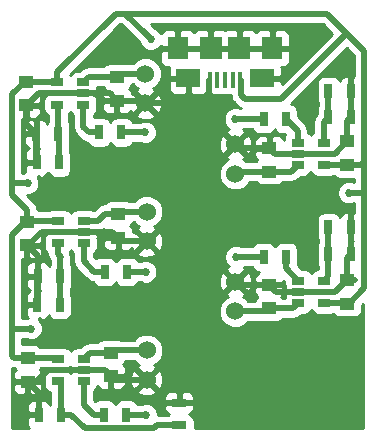
<source format=gtl>
G04 #@! TF.FileFunction,Copper,L1,Top,Signal*
%FSLAX46Y46*%
G04 Gerber Fmt 4.6, Leading zero omitted, Abs format (unit mm)*
G04 Created by KiCad (PCBNEW 4.0.1-stable) date 3/12/2016 12:27:59 PM*
%MOMM*%
G01*
G04 APERTURE LIST*
%ADD10C,0.100000*%
%ADD11R,1.250000X1.000000*%
%ADD12R,0.400000X1.350000*%
%ADD13R,2.100000X1.600000*%
%ADD14R,1.900000X1.900000*%
%ADD15R,1.800000X1.900000*%
%ADD16C,1.524000*%
%ADD17R,0.700000X1.300000*%
%ADD18R,1.300000X0.700000*%
%ADD19R,1.060000X0.650000*%
%ADD20C,0.685800*%
%ADD21C,0.508000*%
%ADD22C,0.254000*%
G04 APERTURE END LIST*
D10*
D11*
X92651256Y-93760308D03*
X92651256Y-95760308D03*
X92710000Y-105629200D03*
X92710000Y-107629200D03*
X92760800Y-117160800D03*
X92760800Y-119160800D03*
X100330000Y-93361000D03*
X100330000Y-95361000D03*
X100431600Y-104968800D03*
X100431600Y-106968800D03*
X99822000Y-116703600D03*
X99822000Y-118703600D03*
X119824500Y-100822000D03*
X119824500Y-98822000D03*
X119824500Y-112556800D03*
X119824500Y-110556800D03*
X113233200Y-101396800D03*
X113233200Y-99396800D03*
X113233200Y-112963200D03*
X113233200Y-110963200D03*
D12*
X110780500Y-93607000D03*
X110130500Y-93607000D03*
X109480500Y-93607000D03*
X108830500Y-93607000D03*
X108180500Y-93607000D03*
D13*
X112580500Y-93482000D03*
X106380500Y-93482000D03*
D14*
X110680500Y-90932000D03*
X108280500Y-90932000D03*
D15*
X105480500Y-90932000D03*
X113480500Y-90932000D03*
D16*
X102743000Y-93091000D03*
X102743000Y-95591000D03*
X102852800Y-104769600D03*
X102852800Y-107269600D03*
X102852800Y-116504400D03*
X102852800Y-119004400D03*
X110354800Y-101580000D03*
X110354800Y-99080000D03*
X110354800Y-113213200D03*
X110354800Y-110713200D03*
D17*
X98813256Y-98062308D03*
X100713256Y-98062308D03*
X99278400Y-109880400D03*
X101178400Y-109880400D03*
X99227600Y-121970800D03*
X101127600Y-121970800D03*
X95379256Y-98189308D03*
X93479256Y-98189308D03*
X95539600Y-110236000D03*
X93639600Y-110236000D03*
X95590400Y-121970800D03*
X93690400Y-121970800D03*
X95440256Y-100602308D03*
X93540256Y-100602308D03*
X95488800Y-112674400D03*
X93588800Y-112674400D03*
D18*
X105600500Y-122870000D03*
X105600500Y-120970000D03*
D17*
X114640400Y-96926400D03*
X112740400Y-96926400D03*
X114640400Y-108610400D03*
X112740400Y-108610400D03*
X118239500Y-96774000D03*
X120139500Y-96774000D03*
X118239500Y-108394500D03*
X120139500Y-108394500D03*
X118239500Y-94551500D03*
X120139500Y-94551500D03*
X118239500Y-106108500D03*
X120139500Y-106108500D03*
D19*
X97477256Y-95710308D03*
X97477256Y-94760308D03*
X97477256Y-93810308D03*
X95277256Y-93810308D03*
X95277256Y-95710308D03*
X97518400Y-107426800D03*
X97518400Y-106476800D03*
X97518400Y-105526800D03*
X95318400Y-105526800D03*
X95318400Y-107426800D03*
X97518400Y-119110800D03*
X97518400Y-118160800D03*
X97518400Y-117210800D03*
X95318400Y-117210800D03*
X95318400Y-119110800D03*
X115638400Y-98922800D03*
X115638400Y-99872800D03*
X115638400Y-100822800D03*
X117838400Y-100822800D03*
X117838400Y-98922800D03*
X115689200Y-110606800D03*
X115689200Y-111556800D03*
X115689200Y-112506800D03*
X117889200Y-112506800D03*
X117889200Y-110606800D03*
D20*
X119951500Y-103187500D03*
X93091000Y-114681000D03*
X92773500Y-102362000D03*
X103187500Y-90170000D03*
X102743000Y-98044000D03*
X102768400Y-109880400D03*
X102819200Y-121970800D03*
X110337600Y-96926400D03*
X110388400Y-108610400D03*
D21*
X121285000Y-99568000D02*
X121285000Y-103187500D01*
X121285000Y-103187500D02*
X121285000Y-111221300D01*
X119951500Y-103187500D02*
X120436433Y-103187500D01*
X120436433Y-103187500D02*
X121285000Y-103187500D01*
X91440000Y-106774200D02*
X91440000Y-114681000D01*
X91440000Y-114681000D02*
X91440000Y-116973000D01*
X92606067Y-114681000D02*
X91440000Y-114681000D01*
X93091000Y-114681000D02*
X92606067Y-114681000D01*
X91440000Y-94846564D02*
X91440000Y-102298500D01*
X91440000Y-102298500D02*
X91440000Y-103351200D01*
X92773500Y-102362000D02*
X91503500Y-102362000D01*
X91503500Y-102362000D02*
X91440000Y-102298500D01*
X100243564Y-88011000D02*
X101028500Y-88011000D01*
X101028500Y-88011000D02*
X118110000Y-88011000D01*
X102844601Y-89827101D02*
X101028500Y-88011000D01*
X103187500Y-90170000D02*
X102844601Y-89827101D01*
X119824500Y-89725500D02*
X119761000Y-89725500D01*
X119761000Y-89725500D02*
X114236500Y-95250000D01*
X114236500Y-95250000D02*
X111188500Y-95250000D01*
X111188500Y-95250000D02*
X110838501Y-94900001D01*
X110838501Y-94900001D02*
X110838501Y-94688401D01*
X110838501Y-94688401D02*
X110838501Y-93607000D01*
X119824500Y-89725500D02*
X121285000Y-91186000D01*
X118110000Y-88011000D02*
X119824500Y-89725500D01*
X121285000Y-91186000D02*
X121285000Y-99568000D01*
X119824500Y-100822000D02*
X120957500Y-100822000D01*
X120957500Y-100822000D02*
X121285000Y-100494500D01*
X121285000Y-100494500D02*
X121285000Y-99568000D01*
X95277256Y-93810308D02*
X95277256Y-92977308D01*
X95277256Y-92977308D02*
X100243564Y-88011000D01*
X121285000Y-111221300D02*
X119949500Y-112556800D01*
X119949500Y-112556800D02*
X119824500Y-112556800D01*
X119824500Y-100822000D02*
X117839200Y-100822000D01*
X117839200Y-100822000D02*
X117838400Y-100822800D01*
X117889200Y-112506800D02*
X119774500Y-112506800D01*
X119774500Y-112506800D02*
X119824500Y-112556800D01*
X91440000Y-103351200D02*
X92710000Y-104621200D01*
X92710000Y-104621200D02*
X92710000Y-105629200D01*
X92651256Y-93760308D02*
X92526256Y-93760308D01*
X92526256Y-93760308D02*
X91440000Y-94846564D01*
X92710000Y-105629200D02*
X92585000Y-105629200D01*
X92585000Y-105629200D02*
X91440000Y-106774200D01*
X91440000Y-116973000D02*
X91627800Y-117160800D01*
X91627800Y-117160800D02*
X92760800Y-117160800D01*
X95318400Y-117210800D02*
X95523400Y-117210800D01*
X92760800Y-117160800D02*
X95268400Y-117160800D01*
X95268400Y-117160800D02*
X95318400Y-117210800D01*
X95318400Y-105526800D02*
X92812400Y-105526800D01*
X92812400Y-105526800D02*
X92710000Y-105629200D01*
X95277256Y-93810308D02*
X92701256Y-93810308D01*
X92701256Y-93810308D02*
X92651256Y-93760308D01*
X102743000Y-95591000D02*
X107219900Y-95591000D01*
X107219900Y-95591000D02*
X108122499Y-94688401D01*
X108122499Y-94688401D02*
X108122499Y-93607000D01*
X120139500Y-108394500D02*
X120139500Y-106108500D01*
X119824500Y-110556800D02*
X119824500Y-108709500D01*
X119824500Y-108709500D02*
X120139500Y-108394500D01*
X115689200Y-111556800D02*
X118824500Y-111556800D01*
X118824500Y-111556800D02*
X119824500Y-110556800D01*
X120139500Y-96774000D02*
X120139500Y-94551500D01*
X119824500Y-98822000D02*
X119824500Y-97089000D01*
X119824500Y-97089000D02*
X120139500Y-96774000D01*
X115638400Y-99872800D02*
X118773700Y-99872800D01*
X118773700Y-99872800D02*
X119824500Y-98822000D01*
X93690400Y-121970800D02*
X93690400Y-120090400D01*
X93690400Y-120090400D02*
X92760800Y-119160800D01*
X120407398Y-110556800D02*
X120446800Y-110556800D01*
X115689200Y-111556800D02*
X113826800Y-111556800D01*
X113826800Y-111556800D02*
X113233200Y-110963200D01*
X113233200Y-110963200D02*
X110604800Y-110963200D01*
X110604800Y-110963200D02*
X110354800Y-110713200D01*
X113233200Y-99396800D02*
X110671600Y-99396800D01*
X110671600Y-99396800D02*
X110354800Y-99080000D01*
X115638400Y-99872800D02*
X113709200Y-99872800D01*
X113709200Y-99872800D02*
X113233200Y-99396800D01*
X97518400Y-106476800D02*
X93987400Y-106476800D01*
X93987400Y-106476800D02*
X92835000Y-107629200D01*
X92835000Y-107629200D02*
X92710000Y-107629200D01*
X92760800Y-119160800D02*
X93498998Y-119160800D01*
X93498998Y-119160800D02*
X94498998Y-118160800D01*
X94498998Y-118160800D02*
X96480400Y-118160800D01*
X96480400Y-118160800D02*
X97518400Y-118160800D01*
X99822000Y-118703600D02*
X99279200Y-118160800D01*
X99279200Y-118160800D02*
X97518400Y-118160800D01*
X102565200Y-119024400D02*
X100142800Y-119024400D01*
X100142800Y-119024400D02*
X99822000Y-118703600D01*
X93639600Y-110236000D02*
X93639600Y-108558800D01*
X93639600Y-108558800D02*
X92710000Y-107629200D01*
X93588800Y-112674400D02*
X93588800Y-110286800D01*
X93588800Y-110286800D02*
X93639600Y-110236000D01*
X100431600Y-106968800D02*
X99939600Y-106476800D01*
X99939600Y-106476800D02*
X97518400Y-106476800D01*
X102852800Y-107269600D02*
X100732400Y-107269600D01*
X100732400Y-107269600D02*
X100431600Y-106968800D01*
X100330000Y-95361000D02*
X102513000Y-95361000D01*
X102513000Y-95361000D02*
X102743000Y-95591000D01*
X97477256Y-94760308D02*
X99729308Y-94760308D01*
X99729308Y-94760308D02*
X100330000Y-95361000D01*
X93479256Y-98189308D02*
X93479256Y-100541308D01*
X93479256Y-100541308D02*
X93540256Y-100602308D01*
X92651256Y-95760308D02*
X92651256Y-97361308D01*
X92651256Y-97361308D02*
X93479256Y-98189308D01*
X97477256Y-94760308D02*
X93690658Y-94760308D01*
X93690658Y-94760308D02*
X92690658Y-95760308D01*
X92690658Y-95760308D02*
X92651256Y-95760308D01*
X100330000Y-93361000D02*
X97926564Y-93361000D01*
X97926564Y-93361000D02*
X97477256Y-93810308D01*
X102743000Y-93091000D02*
X100600000Y-93091000D01*
X100600000Y-93091000D02*
X100330000Y-93361000D01*
X100431600Y-104968800D02*
X99298600Y-104968800D01*
X99298600Y-104968800D02*
X98740600Y-105526800D01*
X98740600Y-105526800D02*
X97518400Y-105526800D01*
X102852800Y-104769600D02*
X100630800Y-104769600D01*
X100630800Y-104769600D02*
X100431600Y-104968800D01*
X99822000Y-116703600D02*
X98025600Y-116703600D01*
X98025600Y-116703600D02*
X97518400Y-117210800D01*
X102565200Y-116524400D02*
X100001200Y-116524400D01*
X100001200Y-116524400D02*
X99822000Y-116703600D01*
X113233200Y-101396800D02*
X115064400Y-101396800D01*
X115064400Y-101396800D02*
X115638400Y-100822800D01*
X113233200Y-101396800D02*
X110538000Y-101396800D01*
X110538000Y-101396800D02*
X110354800Y-101580000D01*
X113233200Y-112963200D02*
X115232800Y-112963200D01*
X115232800Y-112963200D02*
X115689200Y-112506800D01*
X110354800Y-113213200D02*
X112983200Y-113213200D01*
X112983200Y-113213200D02*
X113233200Y-112963200D01*
X100713256Y-98062308D02*
X102724692Y-98062308D01*
X102724692Y-98062308D02*
X102743000Y-98044000D01*
X101178400Y-109880400D02*
X102768400Y-109880400D01*
X101127600Y-121970800D02*
X102819200Y-121970800D01*
X112740400Y-96926400D02*
X110337600Y-96926400D01*
X112740400Y-108610400D02*
X110388400Y-108610400D01*
X98813256Y-98062308D02*
X97955256Y-98062308D01*
X97955256Y-98062308D02*
X97477256Y-97584308D01*
X97477256Y-97584308D02*
X97477256Y-95710308D01*
X99278400Y-109880400D02*
X98420400Y-109880400D01*
X98420400Y-109880400D02*
X97518400Y-108978400D01*
X97518400Y-108978400D02*
X97518400Y-107426800D01*
X99227600Y-121970800D02*
X98369600Y-121970800D01*
X98369600Y-121970800D02*
X97518400Y-121119600D01*
X97518400Y-121119600D02*
X97518400Y-119110800D01*
X95379256Y-98189308D02*
X95379256Y-95812308D01*
X95379256Y-95812308D02*
X95277256Y-95710308D01*
X95440256Y-100602308D02*
X95440256Y-98250308D01*
X95440256Y-98250308D02*
X95379256Y-98189308D01*
X95539600Y-110236000D02*
X95539600Y-112623600D01*
X95539600Y-112623600D02*
X95488800Y-112674400D01*
X95554800Y-108610400D02*
X95539600Y-108625600D01*
X95539600Y-108625600D02*
X95539600Y-110236000D01*
X95318400Y-108374000D02*
X95554800Y-108610400D01*
X95318400Y-107426800D02*
X95318400Y-108374000D01*
X103459199Y-123128801D02*
X103718000Y-122870000D01*
X103718000Y-122870000D02*
X105600500Y-122870000D01*
X95590400Y-121970800D02*
X95590400Y-119382800D01*
X95590400Y-119382800D02*
X95318400Y-119110800D01*
X95590400Y-121970800D02*
X96448400Y-121970800D01*
X96448400Y-121970800D02*
X97606401Y-123128801D01*
X97606401Y-123128801D02*
X103459199Y-123128801D01*
X115638400Y-98922800D02*
X115638400Y-97924400D01*
X115638400Y-97924400D02*
X114640400Y-96926400D01*
X114640400Y-108610400D02*
X114640400Y-109558000D01*
X114640400Y-109558000D02*
X115689200Y-110606800D01*
X118239500Y-96774000D02*
X118239500Y-94551500D01*
X117838400Y-98922800D02*
X117838400Y-97175100D01*
X117838400Y-97175100D02*
X118239500Y-96774000D01*
X118239500Y-108394500D02*
X118239500Y-110256500D01*
X118239500Y-110256500D02*
X117889200Y-110606800D01*
X118239500Y-106108500D02*
X118239500Y-108394500D01*
D22*
G36*
X102269637Y-90509373D02*
X102357993Y-90723212D01*
X102632841Y-90998540D01*
X102992130Y-91147730D01*
X103381163Y-91148069D01*
X103740712Y-90999507D01*
X104016040Y-90724659D01*
X104018349Y-90719099D01*
X104104250Y-90805000D01*
X105353500Y-90805000D01*
X105353500Y-89505750D01*
X105607500Y-89505750D01*
X105607500Y-90805000D01*
X108153500Y-90805000D01*
X108153500Y-89505750D01*
X108407500Y-89505750D01*
X108407500Y-90805000D01*
X110553500Y-90805000D01*
X110553500Y-89505750D01*
X110807500Y-89505750D01*
X110807500Y-90805000D01*
X113353500Y-90805000D01*
X113353500Y-89505750D01*
X113607500Y-89505750D01*
X113607500Y-90805000D01*
X114856750Y-90805000D01*
X115015500Y-90646250D01*
X115015500Y-89855690D01*
X114918827Y-89622301D01*
X114740198Y-89443673D01*
X114506809Y-89347000D01*
X113766250Y-89347000D01*
X113607500Y-89505750D01*
X113353500Y-89505750D01*
X113194750Y-89347000D01*
X112454191Y-89347000D01*
X112220802Y-89443673D01*
X112105500Y-89558974D01*
X111990198Y-89443673D01*
X111756809Y-89347000D01*
X110966250Y-89347000D01*
X110807500Y-89505750D01*
X110553500Y-89505750D01*
X110394750Y-89347000D01*
X109604191Y-89347000D01*
X109480500Y-89398235D01*
X109356809Y-89347000D01*
X108566250Y-89347000D01*
X108407500Y-89505750D01*
X108153500Y-89505750D01*
X107994750Y-89347000D01*
X107204191Y-89347000D01*
X106970802Y-89443673D01*
X106855500Y-89558974D01*
X106740198Y-89443673D01*
X106506809Y-89347000D01*
X105766250Y-89347000D01*
X105607500Y-89505750D01*
X105353500Y-89505750D01*
X105194750Y-89347000D01*
X104454191Y-89347000D01*
X104220802Y-89443673D01*
X104042173Y-89622301D01*
X104030715Y-89649964D01*
X104017007Y-89616788D01*
X103742159Y-89341460D01*
X103526750Y-89252014D01*
X103174736Y-88900000D01*
X117741764Y-88900000D01*
X118535514Y-89693750D01*
X114265500Y-93963764D01*
X114265500Y-93767750D01*
X114106750Y-93609000D01*
X112707500Y-93609000D01*
X112707500Y-93629000D01*
X112453500Y-93629000D01*
X112453500Y-93609000D01*
X112433500Y-93609000D01*
X112433500Y-93355000D01*
X112453500Y-93355000D01*
X112453500Y-93335000D01*
X112707500Y-93335000D01*
X112707500Y-93355000D01*
X114106750Y-93355000D01*
X114265500Y-93196250D01*
X114265500Y-92555690D01*
X114249474Y-92517000D01*
X114506809Y-92517000D01*
X114740198Y-92420327D01*
X114918827Y-92241699D01*
X115015500Y-92008310D01*
X115015500Y-91217750D01*
X114856750Y-91059000D01*
X113607500Y-91059000D01*
X113607500Y-91079000D01*
X113353500Y-91079000D01*
X113353500Y-91059000D01*
X110807500Y-91059000D01*
X110807500Y-91079000D01*
X110553500Y-91079000D01*
X110553500Y-91059000D01*
X108407500Y-91059000D01*
X108407500Y-91079000D01*
X108153500Y-91079000D01*
X108153500Y-91059000D01*
X105607500Y-91059000D01*
X105607500Y-91079000D01*
X105353500Y-91079000D01*
X105353500Y-91059000D01*
X104104250Y-91059000D01*
X103945500Y-91217750D01*
X103945500Y-92008310D01*
X104042173Y-92241699D01*
X104220802Y-92420327D01*
X104454191Y-92517000D01*
X104711526Y-92517000D01*
X104695500Y-92555690D01*
X104695500Y-93196250D01*
X104854250Y-93355000D01*
X106253500Y-93355000D01*
X106253500Y-93335000D01*
X106507500Y-93335000D01*
X106507500Y-93355000D01*
X106527500Y-93355000D01*
X106527500Y-93609000D01*
X106507500Y-93609000D01*
X106507500Y-94758250D01*
X106666250Y-94917000D01*
X107556809Y-94917000D01*
X107705500Y-94855410D01*
X107854191Y-94917000D01*
X107921750Y-94917000D01*
X108080500Y-94758250D01*
X108080500Y-94599933D01*
X108166410Y-94733441D01*
X108378610Y-94878431D01*
X108406285Y-94884035D01*
X108439250Y-94917000D01*
X108506809Y-94917000D01*
X108527253Y-94908532D01*
X108630500Y-94929440D01*
X109030500Y-94929440D01*
X109160089Y-94905056D01*
X109280500Y-94929440D01*
X109680500Y-94929440D01*
X109810089Y-94905056D01*
X109930500Y-94929440D01*
X109955357Y-94929440D01*
X110017172Y-95240207D01*
X110175098Y-95476560D01*
X110209883Y-95528619D01*
X110559882Y-95878618D01*
X110797516Y-96037400D01*
X110746655Y-96037400D01*
X110532970Y-95948670D01*
X110143937Y-95948331D01*
X109784388Y-96096893D01*
X109509060Y-96371741D01*
X109359870Y-96731030D01*
X109359531Y-97120063D01*
X109508093Y-97479612D01*
X109782941Y-97754940D01*
X109827169Y-97773305D01*
X109623657Y-97857603D01*
X109554192Y-98099787D01*
X110354800Y-98900395D01*
X111155408Y-98099787D01*
X111085943Y-97857603D01*
X110967650Y-97815400D01*
X111789608Y-97815400D01*
X111926310Y-98027841D01*
X112138510Y-98172831D01*
X112390400Y-98223840D01*
X113090400Y-98223840D01*
X113325717Y-98179562D01*
X113541841Y-98040490D01*
X113686831Y-97828290D01*
X113689481Y-97815203D01*
X113826310Y-98027841D01*
X114038510Y-98172831D01*
X114290400Y-98223840D01*
X114595376Y-98223840D01*
X114511969Y-98345910D01*
X114460960Y-98597800D01*
X114460960Y-98692657D01*
X114396527Y-98537102D01*
X114217899Y-98358473D01*
X113984510Y-98261800D01*
X113518950Y-98261800D01*
X113360200Y-98420550D01*
X113360200Y-99269800D01*
X113380200Y-99269800D01*
X113380200Y-99523800D01*
X113360200Y-99523800D01*
X113360200Y-99543800D01*
X113106200Y-99543800D01*
X113106200Y-99523800D01*
X112131950Y-99523800D01*
X111973200Y-99682550D01*
X111973200Y-100023109D01*
X112069873Y-100256498D01*
X112211110Y-100397736D01*
X112156759Y-100432710D01*
X112105452Y-100507800D01*
X111258405Y-100507800D01*
X111147170Y-100396371D01*
X111003297Y-100336630D01*
X111085943Y-100302397D01*
X111155408Y-100060213D01*
X110354800Y-99259605D01*
X109554192Y-100060213D01*
X109623657Y-100302397D01*
X109712167Y-100333974D01*
X109564497Y-100394990D01*
X109171171Y-100787630D01*
X108958043Y-101300900D01*
X108957558Y-101856661D01*
X109169790Y-102370303D01*
X109562430Y-102763629D01*
X110075700Y-102976757D01*
X110631461Y-102977242D01*
X111145103Y-102765010D01*
X111538429Y-102372370D01*
X111574376Y-102285800D01*
X112103930Y-102285800D01*
X112144110Y-102348241D01*
X112356310Y-102493231D01*
X112608200Y-102544240D01*
X113858200Y-102544240D01*
X114093517Y-102499962D01*
X114309641Y-102360890D01*
X114360948Y-102285800D01*
X115064400Y-102285800D01*
X115404606Y-102218129D01*
X115693018Y-102025418D01*
X115923196Y-101795240D01*
X116168400Y-101795240D01*
X116403717Y-101750962D01*
X116619841Y-101611890D01*
X116739633Y-101436568D01*
X116844310Y-101599241D01*
X117056510Y-101744231D01*
X117308400Y-101795240D01*
X118368400Y-101795240D01*
X118603717Y-101750962D01*
X118665820Y-101711000D01*
X118695230Y-101711000D01*
X118735410Y-101773441D01*
X118947610Y-101918431D01*
X119199500Y-101969440D01*
X120396000Y-101969440D01*
X120396000Y-102298500D01*
X120360555Y-102298500D01*
X120146870Y-102209770D01*
X119757837Y-102209431D01*
X119398288Y-102357993D01*
X119122960Y-102632841D01*
X118973770Y-102992130D01*
X118973431Y-103381163D01*
X119121993Y-103740712D01*
X119396841Y-104016040D01*
X119756130Y-104165230D01*
X120145163Y-104165569D01*
X120360727Y-104076500D01*
X120396000Y-104076500D01*
X120396000Y-104852750D01*
X120266500Y-104982250D01*
X120266500Y-105981500D01*
X120286500Y-105981500D01*
X120286500Y-106235500D01*
X120266500Y-106235500D01*
X120266500Y-107234750D01*
X120283250Y-107251500D01*
X120266500Y-107268250D01*
X120266500Y-108267500D01*
X120286500Y-108267500D01*
X120286500Y-108521500D01*
X120266500Y-108521500D01*
X120266500Y-108541500D01*
X120012500Y-108541500D01*
X120012500Y-108521500D01*
X119992500Y-108521500D01*
X119992500Y-108267500D01*
X120012500Y-108267500D01*
X120012500Y-107268250D01*
X119995750Y-107251500D01*
X120012500Y-107234750D01*
X120012500Y-106235500D01*
X119992500Y-106235500D01*
X119992500Y-105981500D01*
X120012500Y-105981500D01*
X120012500Y-104982250D01*
X119853750Y-104823500D01*
X119663191Y-104823500D01*
X119429802Y-104920173D01*
X119251173Y-105098801D01*
X119194846Y-105234787D01*
X119192662Y-105223183D01*
X119053590Y-105007059D01*
X118841390Y-104862069D01*
X118589500Y-104811060D01*
X117889500Y-104811060D01*
X117654183Y-104855338D01*
X117438059Y-104994410D01*
X117293069Y-105206610D01*
X117242060Y-105458500D01*
X117242060Y-106758500D01*
X117286338Y-106993817D01*
X117350500Y-107093528D01*
X117350500Y-107408557D01*
X117293069Y-107492610D01*
X117242060Y-107744500D01*
X117242060Y-109044500D01*
X117286338Y-109279817D01*
X117350500Y-109379528D01*
X117350500Y-109635997D01*
X117123883Y-109678638D01*
X116907759Y-109817710D01*
X116787967Y-109993032D01*
X116683290Y-109830359D01*
X116471090Y-109685369D01*
X116219200Y-109634360D01*
X115973996Y-109634360D01*
X115631474Y-109291838D01*
X115637840Y-109260400D01*
X115637840Y-107960400D01*
X115593562Y-107725083D01*
X115454490Y-107508959D01*
X115242290Y-107363969D01*
X114990400Y-107312960D01*
X114290400Y-107312960D01*
X114055083Y-107357238D01*
X113838959Y-107496310D01*
X113693969Y-107708510D01*
X113691319Y-107721597D01*
X113554490Y-107508959D01*
X113342290Y-107363969D01*
X113090400Y-107312960D01*
X112390400Y-107312960D01*
X112155083Y-107357238D01*
X111938959Y-107496310D01*
X111793969Y-107708510D01*
X111791359Y-107721400D01*
X110797455Y-107721400D01*
X110583770Y-107632670D01*
X110194737Y-107632331D01*
X109835188Y-107780893D01*
X109559860Y-108055741D01*
X109410670Y-108415030D01*
X109410331Y-108804063D01*
X109558893Y-109163612D01*
X109808912Y-109414068D01*
X109623657Y-109490803D01*
X109554192Y-109732987D01*
X110354800Y-110533595D01*
X111155408Y-109732987D01*
X111088409Y-109499400D01*
X111789608Y-109499400D01*
X111926310Y-109711841D01*
X112138510Y-109856831D01*
X112322713Y-109894133D01*
X112248501Y-109924873D01*
X112069873Y-110103502D01*
X111973200Y-110336891D01*
X111973200Y-110677450D01*
X112131950Y-110836200D01*
X113106200Y-110836200D01*
X113106200Y-110816200D01*
X113360200Y-110816200D01*
X113360200Y-110836200D01*
X114334450Y-110836200D01*
X114493200Y-110677450D01*
X114493200Y-110668036D01*
X114511760Y-110686596D01*
X114511760Y-110931800D01*
X114538119Y-111071886D01*
X114524200Y-111105490D01*
X114524200Y-111271050D01*
X114682950Y-111429800D01*
X114763251Y-111429800D01*
X114907310Y-111528231D01*
X115044320Y-111555976D01*
X114923883Y-111578638D01*
X114760457Y-111683800D01*
X114682950Y-111683800D01*
X114524200Y-111842550D01*
X114524200Y-112008110D01*
X114539468Y-112044971D01*
X114533550Y-112074200D01*
X114362470Y-112074200D01*
X114322290Y-112011759D01*
X114254194Y-111965231D01*
X114396527Y-111822898D01*
X114493200Y-111589509D01*
X114493200Y-111248950D01*
X114334450Y-111090200D01*
X113360200Y-111090200D01*
X113360200Y-111110200D01*
X113106200Y-111110200D01*
X113106200Y-111090200D01*
X112131950Y-111090200D01*
X111973200Y-111248950D01*
X111973200Y-111589509D01*
X112069873Y-111822898D01*
X112211110Y-111964136D01*
X112156759Y-111999110D01*
X112011769Y-112211310D01*
X111988908Y-112324200D01*
X111441285Y-112324200D01*
X111147170Y-112029571D01*
X111003297Y-111969830D01*
X111085943Y-111935597D01*
X111155408Y-111693413D01*
X110354800Y-110892805D01*
X109554192Y-111693413D01*
X109623657Y-111935597D01*
X109712167Y-111967174D01*
X109564497Y-112028190D01*
X109171171Y-112420830D01*
X108958043Y-112934100D01*
X108957558Y-113489861D01*
X109169790Y-114003503D01*
X109562430Y-114396829D01*
X110075700Y-114609957D01*
X110631461Y-114610442D01*
X111145103Y-114398210D01*
X111441630Y-114102200D01*
X112566522Y-114102200D01*
X112608200Y-114110640D01*
X113858200Y-114110640D01*
X114093517Y-114066362D01*
X114309641Y-113927290D01*
X114360948Y-113852200D01*
X115232800Y-113852200D01*
X115573006Y-113784529D01*
X115861418Y-113591818D01*
X115973996Y-113479240D01*
X116219200Y-113479240D01*
X116454517Y-113434962D01*
X116670641Y-113295890D01*
X116790433Y-113120568D01*
X116895110Y-113283241D01*
X117107310Y-113428231D01*
X117359200Y-113479240D01*
X118419200Y-113479240D01*
X118654517Y-113434962D01*
X118678377Y-113419609D01*
X118735410Y-113508241D01*
X118947610Y-113653231D01*
X119199500Y-113704240D01*
X120449500Y-113704240D01*
X120684817Y-113659962D01*
X120900941Y-113520890D01*
X121045931Y-113308690D01*
X121096940Y-113056800D01*
X121096940Y-112666596D01*
X121185000Y-112578536D01*
X121185000Y-123063000D01*
X106897940Y-123063000D01*
X106897940Y-122520000D01*
X106853662Y-122284683D01*
X106714590Y-122068559D01*
X106502390Y-121923569D01*
X106469010Y-121916809D01*
X106610199Y-121858327D01*
X106788827Y-121679698D01*
X106885500Y-121446309D01*
X106885500Y-121255750D01*
X106726750Y-121097000D01*
X105727500Y-121097000D01*
X105727500Y-121117000D01*
X105473500Y-121117000D01*
X105473500Y-121097000D01*
X104474250Y-121097000D01*
X104315500Y-121255750D01*
X104315500Y-121446309D01*
X104412173Y-121679698D01*
X104590801Y-121858327D01*
X104726787Y-121914654D01*
X104715183Y-121916838D01*
X104615472Y-121981000D01*
X103797091Y-121981000D01*
X103797269Y-121777137D01*
X103648707Y-121417588D01*
X103373859Y-121142260D01*
X103014570Y-120993070D01*
X102625537Y-120992731D01*
X102409973Y-121081800D01*
X102078392Y-121081800D01*
X101941690Y-120869359D01*
X101729490Y-120724369D01*
X101477600Y-120673360D01*
X100777600Y-120673360D01*
X100542283Y-120717638D01*
X100326159Y-120856710D01*
X100181169Y-121068910D01*
X100178519Y-121081997D01*
X100041690Y-120869359D01*
X99829490Y-120724369D01*
X99577600Y-120673360D01*
X98877600Y-120673360D01*
X98642283Y-120717638D01*
X98478844Y-120822808D01*
X98407400Y-120751364D01*
X98407400Y-120493691D01*
X104315500Y-120493691D01*
X104315500Y-120684250D01*
X104474250Y-120843000D01*
X105473500Y-120843000D01*
X105473500Y-120143750D01*
X105727500Y-120143750D01*
X105727500Y-120843000D01*
X106726750Y-120843000D01*
X106885500Y-120684250D01*
X106885500Y-120493691D01*
X106788827Y-120260302D01*
X106610199Y-120081673D01*
X106376810Y-119985000D01*
X105886250Y-119985000D01*
X105727500Y-120143750D01*
X105473500Y-120143750D01*
X105314750Y-119985000D01*
X104824190Y-119985000D01*
X104590801Y-120081673D01*
X104412173Y-120260302D01*
X104315500Y-120493691D01*
X98407400Y-120493691D01*
X98407400Y-119984613D01*
X102052192Y-119984613D01*
X102121657Y-120226797D01*
X102645102Y-120413544D01*
X103200168Y-120385762D01*
X103583943Y-120226797D01*
X103653408Y-119984613D01*
X102852800Y-119184005D01*
X102052192Y-119984613D01*
X98407400Y-119984613D01*
X98407400Y-119959374D01*
X98499841Y-119899890D01*
X98644831Y-119687690D01*
X98668110Y-119572735D01*
X98837301Y-119741927D01*
X99070690Y-119838600D01*
X99536250Y-119838600D01*
X99695000Y-119679850D01*
X99695000Y-118830600D01*
X99949000Y-118830600D01*
X99949000Y-119679850D01*
X100107750Y-119838600D01*
X100573310Y-119838600D01*
X100806699Y-119741927D01*
X100985327Y-119563298D01*
X101082000Y-119329909D01*
X101082000Y-118989350D01*
X100923250Y-118830600D01*
X99949000Y-118830600D01*
X99695000Y-118830600D01*
X99675000Y-118830600D01*
X99675000Y-118796702D01*
X101443656Y-118796702D01*
X101471438Y-119351768D01*
X101630403Y-119735543D01*
X101872587Y-119805008D01*
X102673195Y-119004400D01*
X103032405Y-119004400D01*
X103833013Y-119805008D01*
X104075197Y-119735543D01*
X104261944Y-119212098D01*
X104234162Y-118657032D01*
X104075197Y-118273257D01*
X103833013Y-118203792D01*
X103032405Y-119004400D01*
X102673195Y-119004400D01*
X101872587Y-118203792D01*
X101630403Y-118273257D01*
X101443656Y-118796702D01*
X99675000Y-118796702D01*
X99675000Y-118576600D01*
X99695000Y-118576600D01*
X99695000Y-118556600D01*
X99949000Y-118556600D01*
X99949000Y-118576600D01*
X100923250Y-118576600D01*
X101082000Y-118417850D01*
X101082000Y-118077291D01*
X100985327Y-117843902D01*
X100844090Y-117702664D01*
X100898441Y-117667690D01*
X101043431Y-117455490D01*
X101051954Y-117413400D01*
X101786280Y-117413400D01*
X102060430Y-117688029D01*
X102204303Y-117747770D01*
X102121657Y-117782003D01*
X102052192Y-118024187D01*
X102852800Y-118824795D01*
X103653408Y-118024187D01*
X103583943Y-117782003D01*
X103495433Y-117750426D01*
X103643103Y-117689410D01*
X104036429Y-117296770D01*
X104249557Y-116783500D01*
X104250042Y-116227739D01*
X104037810Y-115714097D01*
X103645170Y-115320771D01*
X103131900Y-115107643D01*
X102576139Y-115107158D01*
X102062497Y-115319390D01*
X101745935Y-115635400D01*
X100740207Y-115635400D01*
X100698890Y-115607169D01*
X100447000Y-115556160D01*
X99197000Y-115556160D01*
X98961683Y-115600438D01*
X98745559Y-115739510D01*
X98694252Y-115814600D01*
X98025600Y-115814600D01*
X97685394Y-115882271D01*
X97396982Y-116074982D01*
X97233604Y-116238360D01*
X96988400Y-116238360D01*
X96753083Y-116282638D01*
X96536959Y-116421710D01*
X96417167Y-116597032D01*
X96312490Y-116434359D01*
X96100290Y-116289369D01*
X95848400Y-116238360D01*
X94788400Y-116238360D01*
X94610682Y-116271800D01*
X93890070Y-116271800D01*
X93849890Y-116209359D01*
X93637690Y-116064369D01*
X93385800Y-116013360D01*
X92329000Y-116013360D01*
X92329000Y-115570000D01*
X92681945Y-115570000D01*
X92895630Y-115658730D01*
X93284663Y-115659069D01*
X93644212Y-115510507D01*
X93919540Y-115235659D01*
X94068730Y-114876370D01*
X94069069Y-114487337D01*
X93920507Y-114127788D01*
X93715802Y-113922725D01*
X93715802Y-113800652D01*
X93874550Y-113959400D01*
X94065109Y-113959400D01*
X94298498Y-113862727D01*
X94477127Y-113684099D01*
X94533454Y-113548113D01*
X94535638Y-113559717D01*
X94674710Y-113775841D01*
X94886910Y-113920831D01*
X95138800Y-113971840D01*
X95838800Y-113971840D01*
X96074117Y-113927562D01*
X96290241Y-113788490D01*
X96435231Y-113576290D01*
X96486240Y-113324400D01*
X96486240Y-112024400D01*
X96441962Y-111789083D01*
X96428600Y-111768318D01*
X96428600Y-111221943D01*
X96486031Y-111137890D01*
X96537040Y-110886000D01*
X96537040Y-109586000D01*
X96492762Y-109350683D01*
X96428600Y-109250972D01*
X96428600Y-108686816D01*
X96443800Y-108610400D01*
X96376129Y-108270195D01*
X96320066Y-108186290D01*
X96419633Y-108040568D01*
X96524310Y-108203241D01*
X96629400Y-108275046D01*
X96629400Y-108978400D01*
X96697071Y-109318606D01*
X96845132Y-109540194D01*
X96889782Y-109607018D01*
X97791782Y-110509018D01*
X98080195Y-110701730D01*
X98322258Y-110749879D01*
X98325238Y-110765717D01*
X98464310Y-110981841D01*
X98676510Y-111126831D01*
X98928400Y-111177840D01*
X99628400Y-111177840D01*
X99863717Y-111133562D01*
X100079841Y-110994490D01*
X100224831Y-110782290D01*
X100227481Y-110769203D01*
X100364310Y-110981841D01*
X100576510Y-111126831D01*
X100828400Y-111177840D01*
X101528400Y-111177840D01*
X101763717Y-111133562D01*
X101979841Y-110994490D01*
X102124831Y-110782290D01*
X102127441Y-110769400D01*
X102359345Y-110769400D01*
X102573030Y-110858130D01*
X102962063Y-110858469D01*
X103321612Y-110709907D01*
X103526373Y-110505502D01*
X108945656Y-110505502D01*
X108973438Y-111060568D01*
X109132403Y-111444343D01*
X109374587Y-111513808D01*
X110175195Y-110713200D01*
X110534405Y-110713200D01*
X111335013Y-111513808D01*
X111577197Y-111444343D01*
X111763944Y-110920898D01*
X111736162Y-110365832D01*
X111577197Y-109982057D01*
X111335013Y-109912592D01*
X110534405Y-110713200D01*
X110175195Y-110713200D01*
X109374587Y-109912592D01*
X109132403Y-109982057D01*
X108945656Y-110505502D01*
X103526373Y-110505502D01*
X103596940Y-110435059D01*
X103746130Y-110075770D01*
X103746469Y-109686737D01*
X103597907Y-109327188D01*
X103323059Y-109051860D01*
X102963770Y-108902670D01*
X102574737Y-108902331D01*
X102359173Y-108991400D01*
X102129192Y-108991400D01*
X101992490Y-108778959D01*
X101780290Y-108633969D01*
X101528400Y-108582960D01*
X100828400Y-108582960D01*
X100593083Y-108627238D01*
X100376959Y-108766310D01*
X100231969Y-108978510D01*
X100229319Y-108991597D01*
X100092490Y-108778959D01*
X99880290Y-108633969D01*
X99628400Y-108582960D01*
X98928400Y-108582960D01*
X98693083Y-108627238D01*
X98529644Y-108732408D01*
X98407400Y-108610164D01*
X98407400Y-108275374D01*
X98447123Y-108249813D01*
X102052192Y-108249813D01*
X102121657Y-108491997D01*
X102645102Y-108678744D01*
X103200168Y-108650962D01*
X103583943Y-108491997D01*
X103653408Y-108249813D01*
X102852800Y-107449205D01*
X102052192Y-108249813D01*
X98447123Y-108249813D01*
X98499841Y-108215890D01*
X98644831Y-108003690D01*
X98695840Y-107751800D01*
X98695840Y-107254550D01*
X99171600Y-107254550D01*
X99171600Y-107595109D01*
X99268273Y-107828498D01*
X99446901Y-108007127D01*
X99680290Y-108103800D01*
X100145850Y-108103800D01*
X100304600Y-107945050D01*
X100304600Y-107095800D01*
X99330350Y-107095800D01*
X99171600Y-107254550D01*
X98695840Y-107254550D01*
X98695840Y-107101800D01*
X98669481Y-106961714D01*
X98683400Y-106928110D01*
X98683400Y-106762550D01*
X98524650Y-106603800D01*
X98444349Y-106603800D01*
X98300290Y-106505369D01*
X98163280Y-106477624D01*
X98283717Y-106454962D01*
X98344576Y-106415800D01*
X98740600Y-106415800D01*
X99080806Y-106348129D01*
X99203116Y-106266404D01*
X99171600Y-106342491D01*
X99171600Y-106683050D01*
X99330350Y-106841800D01*
X100304600Y-106841800D01*
X100304600Y-106821800D01*
X100558600Y-106821800D01*
X100558600Y-106841800D01*
X100578600Y-106841800D01*
X100578600Y-107095800D01*
X100558600Y-107095800D01*
X100558600Y-107945050D01*
X100717350Y-108103800D01*
X101182910Y-108103800D01*
X101416299Y-108007127D01*
X101569563Y-107853862D01*
X101630403Y-108000743D01*
X101872587Y-108070208D01*
X102673195Y-107269600D01*
X103032405Y-107269600D01*
X103833013Y-108070208D01*
X104075197Y-108000743D01*
X104261944Y-107477298D01*
X104234162Y-106922232D01*
X104075197Y-106538457D01*
X103833013Y-106468992D01*
X103032405Y-107269600D01*
X102673195Y-107269600D01*
X101872587Y-106468992D01*
X101691600Y-106520904D01*
X101691600Y-106342491D01*
X101594927Y-106109102D01*
X101453690Y-105967864D01*
X101508041Y-105932890D01*
X101653031Y-105720690D01*
X101665605Y-105658600D01*
X101766315Y-105658600D01*
X102060430Y-105953229D01*
X102204303Y-106012970D01*
X102121657Y-106047203D01*
X102052192Y-106289387D01*
X102852800Y-107089995D01*
X103653408Y-106289387D01*
X103583943Y-106047203D01*
X103495433Y-106015626D01*
X103643103Y-105954610D01*
X104036429Y-105561970D01*
X104249557Y-105048700D01*
X104250042Y-104492939D01*
X104037810Y-103979297D01*
X103645170Y-103585971D01*
X103131900Y-103372843D01*
X102576139Y-103372358D01*
X102062497Y-103584590D01*
X101765970Y-103880600D01*
X101320536Y-103880600D01*
X101308490Y-103872369D01*
X101056600Y-103821360D01*
X99806600Y-103821360D01*
X99571283Y-103865638D01*
X99355159Y-104004710D01*
X99303852Y-104079800D01*
X99298600Y-104079800D01*
X98958394Y-104147471D01*
X98669982Y-104340182D01*
X98372364Y-104637800D01*
X98347754Y-104637800D01*
X98300290Y-104605369D01*
X98048400Y-104554360D01*
X96988400Y-104554360D01*
X96753083Y-104598638D01*
X96536959Y-104737710D01*
X96417167Y-104913032D01*
X96312490Y-104750359D01*
X96100290Y-104605369D01*
X95848400Y-104554360D01*
X94788400Y-104554360D01*
X94553083Y-104598638D01*
X94492224Y-104637800D01*
X93740608Y-104637800D01*
X93586890Y-104532769D01*
X93581180Y-104531613D01*
X93531329Y-104280994D01*
X93338618Y-103992582D01*
X92685860Y-103339824D01*
X92967163Y-103340069D01*
X93326712Y-103191507D01*
X93602040Y-102916659D01*
X93751230Y-102557370D01*
X93751569Y-102168337D01*
X93635451Y-101887308D01*
X93667258Y-101887308D01*
X93667258Y-101728560D01*
X93826006Y-101887308D01*
X94016565Y-101887308D01*
X94249954Y-101790635D01*
X94428583Y-101612007D01*
X94484910Y-101476021D01*
X94487094Y-101487625D01*
X94626166Y-101703749D01*
X94838366Y-101848739D01*
X95090256Y-101899748D01*
X95790256Y-101899748D01*
X96025573Y-101855470D01*
X96241697Y-101716398D01*
X96386687Y-101504198D01*
X96437696Y-101252308D01*
X96437696Y-99952308D01*
X96393418Y-99716991D01*
X96329256Y-99617280D01*
X96329256Y-99073574D01*
X96376696Y-98839308D01*
X96376696Y-97539308D01*
X96332418Y-97303991D01*
X96268256Y-97204280D01*
X96268256Y-96485408D01*
X96378489Y-96324076D01*
X96483166Y-96486749D01*
X96588256Y-96558554D01*
X96588256Y-97584308D01*
X96655927Y-97924514D01*
X96804159Y-98146359D01*
X96848638Y-98212926D01*
X97326638Y-98690926D01*
X97615050Y-98883637D01*
X97857114Y-98931786D01*
X97860094Y-98947625D01*
X97999166Y-99163749D01*
X98211366Y-99308739D01*
X98463256Y-99359748D01*
X99163256Y-99359748D01*
X99398573Y-99315470D01*
X99614697Y-99176398D01*
X99759687Y-98964198D01*
X99762337Y-98951111D01*
X99899166Y-99163749D01*
X100111366Y-99308739D01*
X100363256Y-99359748D01*
X101063256Y-99359748D01*
X101298573Y-99315470D01*
X101514697Y-99176398D01*
X101659687Y-98964198D01*
X101662297Y-98951308D01*
X102378035Y-98951308D01*
X102547630Y-99021730D01*
X102936663Y-99022069D01*
X103296212Y-98873507D01*
X103297419Y-98872302D01*
X108945656Y-98872302D01*
X108973438Y-99427368D01*
X109132403Y-99811143D01*
X109374587Y-99880608D01*
X110175195Y-99080000D01*
X110534405Y-99080000D01*
X111335013Y-99880608D01*
X111577197Y-99811143D01*
X111763944Y-99287698D01*
X111738057Y-98770491D01*
X111973200Y-98770491D01*
X111973200Y-99111050D01*
X112131950Y-99269800D01*
X113106200Y-99269800D01*
X113106200Y-98420550D01*
X112947450Y-98261800D01*
X112481890Y-98261800D01*
X112248501Y-98358473D01*
X112069873Y-98537102D01*
X111973200Y-98770491D01*
X111738057Y-98770491D01*
X111736162Y-98732632D01*
X111577197Y-98348857D01*
X111335013Y-98279392D01*
X110534405Y-99080000D01*
X110175195Y-99080000D01*
X109374587Y-98279392D01*
X109132403Y-98348857D01*
X108945656Y-98872302D01*
X103297419Y-98872302D01*
X103571540Y-98598659D01*
X103720730Y-98239370D01*
X103721069Y-97850337D01*
X103572507Y-97490788D01*
X103297659Y-97215460D01*
X102938370Y-97066270D01*
X102549337Y-97065931D01*
X102289464Y-97173308D01*
X101664048Y-97173308D01*
X101527346Y-96960867D01*
X101315146Y-96815877D01*
X101063256Y-96764868D01*
X100363256Y-96764868D01*
X100127939Y-96809146D01*
X99911815Y-96948218D01*
X99766825Y-97160418D01*
X99764175Y-97173505D01*
X99627346Y-96960867D01*
X99415146Y-96815877D01*
X99163256Y-96764868D01*
X98463256Y-96764868D01*
X98366256Y-96783120D01*
X98366256Y-96571213D01*
X101942392Y-96571213D01*
X102011857Y-96813397D01*
X102535302Y-97000144D01*
X103090368Y-96972362D01*
X103474143Y-96813397D01*
X103543608Y-96571213D01*
X102743000Y-95770605D01*
X101942392Y-96571213D01*
X98366256Y-96571213D01*
X98366256Y-96558882D01*
X98458697Y-96499398D01*
X98603687Y-96287198D01*
X98654696Y-96035308D01*
X98654696Y-95646750D01*
X99070000Y-95646750D01*
X99070000Y-95987309D01*
X99166673Y-96220698D01*
X99345301Y-96399327D01*
X99578690Y-96496000D01*
X100044250Y-96496000D01*
X100203000Y-96337250D01*
X100203000Y-95488000D01*
X99228750Y-95488000D01*
X99070000Y-95646750D01*
X98654696Y-95646750D01*
X98654696Y-95385308D01*
X98628337Y-95245222D01*
X98642256Y-95211618D01*
X98642256Y-95046058D01*
X98483506Y-94887308D01*
X98403205Y-94887308D01*
X98259146Y-94788877D01*
X98122136Y-94761132D01*
X98242573Y-94738470D01*
X98405999Y-94633308D01*
X98483506Y-94633308D01*
X98642256Y-94474558D01*
X98642256Y-94308998D01*
X98626988Y-94272137D01*
X98631470Y-94250000D01*
X99200730Y-94250000D01*
X99240910Y-94312441D01*
X99309006Y-94358969D01*
X99166673Y-94501302D01*
X99070000Y-94734691D01*
X99070000Y-95075250D01*
X99228750Y-95234000D01*
X100203000Y-95234000D01*
X100203000Y-95214000D01*
X100457000Y-95214000D01*
X100457000Y-95234000D01*
X100477000Y-95234000D01*
X100477000Y-95488000D01*
X100457000Y-95488000D01*
X100457000Y-96337250D01*
X100615750Y-96496000D01*
X101081310Y-96496000D01*
X101314699Y-96399327D01*
X101482901Y-96231124D01*
X101520603Y-96322143D01*
X101762787Y-96391608D01*
X102563395Y-95591000D01*
X102922605Y-95591000D01*
X103723213Y-96391608D01*
X103965397Y-96322143D01*
X104152144Y-95798698D01*
X104124362Y-95243632D01*
X103965397Y-94859857D01*
X103723213Y-94790392D01*
X102922605Y-95591000D01*
X102563395Y-95591000D01*
X101762787Y-94790392D01*
X101590000Y-94839952D01*
X101590000Y-94734691D01*
X101493327Y-94501302D01*
X101352090Y-94360064D01*
X101406441Y-94325090D01*
X101551431Y-94112890D01*
X101578342Y-93980000D01*
X101656515Y-93980000D01*
X101950630Y-94274629D01*
X102094503Y-94334370D01*
X102011857Y-94368603D01*
X101942392Y-94610787D01*
X102743000Y-95411395D01*
X103543608Y-94610787D01*
X103474143Y-94368603D01*
X103385633Y-94337026D01*
X103533303Y-94276010D01*
X103926629Y-93883370D01*
X103974638Y-93767750D01*
X104695500Y-93767750D01*
X104695500Y-94408310D01*
X104792173Y-94641699D01*
X104970802Y-94820327D01*
X105204191Y-94917000D01*
X106094750Y-94917000D01*
X106253500Y-94758250D01*
X106253500Y-93609000D01*
X104854250Y-93609000D01*
X104695500Y-93767750D01*
X103974638Y-93767750D01*
X104139757Y-93370100D01*
X104140242Y-92814339D01*
X103928010Y-92300697D01*
X103535370Y-91907371D01*
X103022100Y-91694243D01*
X102466339Y-91693758D01*
X101952697Y-91905990D01*
X101656170Y-92202000D01*
X100600000Y-92202000D01*
X100541883Y-92213560D01*
X99705000Y-92213560D01*
X99469683Y-92257838D01*
X99253559Y-92396910D01*
X99202252Y-92472000D01*
X97926564Y-92472000D01*
X97586358Y-92539671D01*
X97297946Y-92732382D01*
X97192460Y-92837868D01*
X96947256Y-92837868D01*
X96711939Y-92882146D01*
X96495815Y-93021218D01*
X96376023Y-93196540D01*
X96352232Y-93159568D01*
X100611800Y-88900000D01*
X100660264Y-88900000D01*
X102269637Y-90509373D01*
X102269637Y-90509373D01*
G37*
X102269637Y-90509373D02*
X102357993Y-90723212D01*
X102632841Y-90998540D01*
X102992130Y-91147730D01*
X103381163Y-91148069D01*
X103740712Y-90999507D01*
X104016040Y-90724659D01*
X104018349Y-90719099D01*
X104104250Y-90805000D01*
X105353500Y-90805000D01*
X105353500Y-89505750D01*
X105607500Y-89505750D01*
X105607500Y-90805000D01*
X108153500Y-90805000D01*
X108153500Y-89505750D01*
X108407500Y-89505750D01*
X108407500Y-90805000D01*
X110553500Y-90805000D01*
X110553500Y-89505750D01*
X110807500Y-89505750D01*
X110807500Y-90805000D01*
X113353500Y-90805000D01*
X113353500Y-89505750D01*
X113607500Y-89505750D01*
X113607500Y-90805000D01*
X114856750Y-90805000D01*
X115015500Y-90646250D01*
X115015500Y-89855690D01*
X114918827Y-89622301D01*
X114740198Y-89443673D01*
X114506809Y-89347000D01*
X113766250Y-89347000D01*
X113607500Y-89505750D01*
X113353500Y-89505750D01*
X113194750Y-89347000D01*
X112454191Y-89347000D01*
X112220802Y-89443673D01*
X112105500Y-89558974D01*
X111990198Y-89443673D01*
X111756809Y-89347000D01*
X110966250Y-89347000D01*
X110807500Y-89505750D01*
X110553500Y-89505750D01*
X110394750Y-89347000D01*
X109604191Y-89347000D01*
X109480500Y-89398235D01*
X109356809Y-89347000D01*
X108566250Y-89347000D01*
X108407500Y-89505750D01*
X108153500Y-89505750D01*
X107994750Y-89347000D01*
X107204191Y-89347000D01*
X106970802Y-89443673D01*
X106855500Y-89558974D01*
X106740198Y-89443673D01*
X106506809Y-89347000D01*
X105766250Y-89347000D01*
X105607500Y-89505750D01*
X105353500Y-89505750D01*
X105194750Y-89347000D01*
X104454191Y-89347000D01*
X104220802Y-89443673D01*
X104042173Y-89622301D01*
X104030715Y-89649964D01*
X104017007Y-89616788D01*
X103742159Y-89341460D01*
X103526750Y-89252014D01*
X103174736Y-88900000D01*
X117741764Y-88900000D01*
X118535514Y-89693750D01*
X114265500Y-93963764D01*
X114265500Y-93767750D01*
X114106750Y-93609000D01*
X112707500Y-93609000D01*
X112707500Y-93629000D01*
X112453500Y-93629000D01*
X112453500Y-93609000D01*
X112433500Y-93609000D01*
X112433500Y-93355000D01*
X112453500Y-93355000D01*
X112453500Y-93335000D01*
X112707500Y-93335000D01*
X112707500Y-93355000D01*
X114106750Y-93355000D01*
X114265500Y-93196250D01*
X114265500Y-92555690D01*
X114249474Y-92517000D01*
X114506809Y-92517000D01*
X114740198Y-92420327D01*
X114918827Y-92241699D01*
X115015500Y-92008310D01*
X115015500Y-91217750D01*
X114856750Y-91059000D01*
X113607500Y-91059000D01*
X113607500Y-91079000D01*
X113353500Y-91079000D01*
X113353500Y-91059000D01*
X110807500Y-91059000D01*
X110807500Y-91079000D01*
X110553500Y-91079000D01*
X110553500Y-91059000D01*
X108407500Y-91059000D01*
X108407500Y-91079000D01*
X108153500Y-91079000D01*
X108153500Y-91059000D01*
X105607500Y-91059000D01*
X105607500Y-91079000D01*
X105353500Y-91079000D01*
X105353500Y-91059000D01*
X104104250Y-91059000D01*
X103945500Y-91217750D01*
X103945500Y-92008310D01*
X104042173Y-92241699D01*
X104220802Y-92420327D01*
X104454191Y-92517000D01*
X104711526Y-92517000D01*
X104695500Y-92555690D01*
X104695500Y-93196250D01*
X104854250Y-93355000D01*
X106253500Y-93355000D01*
X106253500Y-93335000D01*
X106507500Y-93335000D01*
X106507500Y-93355000D01*
X106527500Y-93355000D01*
X106527500Y-93609000D01*
X106507500Y-93609000D01*
X106507500Y-94758250D01*
X106666250Y-94917000D01*
X107556809Y-94917000D01*
X107705500Y-94855410D01*
X107854191Y-94917000D01*
X107921750Y-94917000D01*
X108080500Y-94758250D01*
X108080500Y-94599933D01*
X108166410Y-94733441D01*
X108378610Y-94878431D01*
X108406285Y-94884035D01*
X108439250Y-94917000D01*
X108506809Y-94917000D01*
X108527253Y-94908532D01*
X108630500Y-94929440D01*
X109030500Y-94929440D01*
X109160089Y-94905056D01*
X109280500Y-94929440D01*
X109680500Y-94929440D01*
X109810089Y-94905056D01*
X109930500Y-94929440D01*
X109955357Y-94929440D01*
X110017172Y-95240207D01*
X110175098Y-95476560D01*
X110209883Y-95528619D01*
X110559882Y-95878618D01*
X110797516Y-96037400D01*
X110746655Y-96037400D01*
X110532970Y-95948670D01*
X110143937Y-95948331D01*
X109784388Y-96096893D01*
X109509060Y-96371741D01*
X109359870Y-96731030D01*
X109359531Y-97120063D01*
X109508093Y-97479612D01*
X109782941Y-97754940D01*
X109827169Y-97773305D01*
X109623657Y-97857603D01*
X109554192Y-98099787D01*
X110354800Y-98900395D01*
X111155408Y-98099787D01*
X111085943Y-97857603D01*
X110967650Y-97815400D01*
X111789608Y-97815400D01*
X111926310Y-98027841D01*
X112138510Y-98172831D01*
X112390400Y-98223840D01*
X113090400Y-98223840D01*
X113325717Y-98179562D01*
X113541841Y-98040490D01*
X113686831Y-97828290D01*
X113689481Y-97815203D01*
X113826310Y-98027841D01*
X114038510Y-98172831D01*
X114290400Y-98223840D01*
X114595376Y-98223840D01*
X114511969Y-98345910D01*
X114460960Y-98597800D01*
X114460960Y-98692657D01*
X114396527Y-98537102D01*
X114217899Y-98358473D01*
X113984510Y-98261800D01*
X113518950Y-98261800D01*
X113360200Y-98420550D01*
X113360200Y-99269800D01*
X113380200Y-99269800D01*
X113380200Y-99523800D01*
X113360200Y-99523800D01*
X113360200Y-99543800D01*
X113106200Y-99543800D01*
X113106200Y-99523800D01*
X112131950Y-99523800D01*
X111973200Y-99682550D01*
X111973200Y-100023109D01*
X112069873Y-100256498D01*
X112211110Y-100397736D01*
X112156759Y-100432710D01*
X112105452Y-100507800D01*
X111258405Y-100507800D01*
X111147170Y-100396371D01*
X111003297Y-100336630D01*
X111085943Y-100302397D01*
X111155408Y-100060213D01*
X110354800Y-99259605D01*
X109554192Y-100060213D01*
X109623657Y-100302397D01*
X109712167Y-100333974D01*
X109564497Y-100394990D01*
X109171171Y-100787630D01*
X108958043Y-101300900D01*
X108957558Y-101856661D01*
X109169790Y-102370303D01*
X109562430Y-102763629D01*
X110075700Y-102976757D01*
X110631461Y-102977242D01*
X111145103Y-102765010D01*
X111538429Y-102372370D01*
X111574376Y-102285800D01*
X112103930Y-102285800D01*
X112144110Y-102348241D01*
X112356310Y-102493231D01*
X112608200Y-102544240D01*
X113858200Y-102544240D01*
X114093517Y-102499962D01*
X114309641Y-102360890D01*
X114360948Y-102285800D01*
X115064400Y-102285800D01*
X115404606Y-102218129D01*
X115693018Y-102025418D01*
X115923196Y-101795240D01*
X116168400Y-101795240D01*
X116403717Y-101750962D01*
X116619841Y-101611890D01*
X116739633Y-101436568D01*
X116844310Y-101599241D01*
X117056510Y-101744231D01*
X117308400Y-101795240D01*
X118368400Y-101795240D01*
X118603717Y-101750962D01*
X118665820Y-101711000D01*
X118695230Y-101711000D01*
X118735410Y-101773441D01*
X118947610Y-101918431D01*
X119199500Y-101969440D01*
X120396000Y-101969440D01*
X120396000Y-102298500D01*
X120360555Y-102298500D01*
X120146870Y-102209770D01*
X119757837Y-102209431D01*
X119398288Y-102357993D01*
X119122960Y-102632841D01*
X118973770Y-102992130D01*
X118973431Y-103381163D01*
X119121993Y-103740712D01*
X119396841Y-104016040D01*
X119756130Y-104165230D01*
X120145163Y-104165569D01*
X120360727Y-104076500D01*
X120396000Y-104076500D01*
X120396000Y-104852750D01*
X120266500Y-104982250D01*
X120266500Y-105981500D01*
X120286500Y-105981500D01*
X120286500Y-106235500D01*
X120266500Y-106235500D01*
X120266500Y-107234750D01*
X120283250Y-107251500D01*
X120266500Y-107268250D01*
X120266500Y-108267500D01*
X120286500Y-108267500D01*
X120286500Y-108521500D01*
X120266500Y-108521500D01*
X120266500Y-108541500D01*
X120012500Y-108541500D01*
X120012500Y-108521500D01*
X119992500Y-108521500D01*
X119992500Y-108267500D01*
X120012500Y-108267500D01*
X120012500Y-107268250D01*
X119995750Y-107251500D01*
X120012500Y-107234750D01*
X120012500Y-106235500D01*
X119992500Y-106235500D01*
X119992500Y-105981500D01*
X120012500Y-105981500D01*
X120012500Y-104982250D01*
X119853750Y-104823500D01*
X119663191Y-104823500D01*
X119429802Y-104920173D01*
X119251173Y-105098801D01*
X119194846Y-105234787D01*
X119192662Y-105223183D01*
X119053590Y-105007059D01*
X118841390Y-104862069D01*
X118589500Y-104811060D01*
X117889500Y-104811060D01*
X117654183Y-104855338D01*
X117438059Y-104994410D01*
X117293069Y-105206610D01*
X117242060Y-105458500D01*
X117242060Y-106758500D01*
X117286338Y-106993817D01*
X117350500Y-107093528D01*
X117350500Y-107408557D01*
X117293069Y-107492610D01*
X117242060Y-107744500D01*
X117242060Y-109044500D01*
X117286338Y-109279817D01*
X117350500Y-109379528D01*
X117350500Y-109635997D01*
X117123883Y-109678638D01*
X116907759Y-109817710D01*
X116787967Y-109993032D01*
X116683290Y-109830359D01*
X116471090Y-109685369D01*
X116219200Y-109634360D01*
X115973996Y-109634360D01*
X115631474Y-109291838D01*
X115637840Y-109260400D01*
X115637840Y-107960400D01*
X115593562Y-107725083D01*
X115454490Y-107508959D01*
X115242290Y-107363969D01*
X114990400Y-107312960D01*
X114290400Y-107312960D01*
X114055083Y-107357238D01*
X113838959Y-107496310D01*
X113693969Y-107708510D01*
X113691319Y-107721597D01*
X113554490Y-107508959D01*
X113342290Y-107363969D01*
X113090400Y-107312960D01*
X112390400Y-107312960D01*
X112155083Y-107357238D01*
X111938959Y-107496310D01*
X111793969Y-107708510D01*
X111791359Y-107721400D01*
X110797455Y-107721400D01*
X110583770Y-107632670D01*
X110194737Y-107632331D01*
X109835188Y-107780893D01*
X109559860Y-108055741D01*
X109410670Y-108415030D01*
X109410331Y-108804063D01*
X109558893Y-109163612D01*
X109808912Y-109414068D01*
X109623657Y-109490803D01*
X109554192Y-109732987D01*
X110354800Y-110533595D01*
X111155408Y-109732987D01*
X111088409Y-109499400D01*
X111789608Y-109499400D01*
X111926310Y-109711841D01*
X112138510Y-109856831D01*
X112322713Y-109894133D01*
X112248501Y-109924873D01*
X112069873Y-110103502D01*
X111973200Y-110336891D01*
X111973200Y-110677450D01*
X112131950Y-110836200D01*
X113106200Y-110836200D01*
X113106200Y-110816200D01*
X113360200Y-110816200D01*
X113360200Y-110836200D01*
X114334450Y-110836200D01*
X114493200Y-110677450D01*
X114493200Y-110668036D01*
X114511760Y-110686596D01*
X114511760Y-110931800D01*
X114538119Y-111071886D01*
X114524200Y-111105490D01*
X114524200Y-111271050D01*
X114682950Y-111429800D01*
X114763251Y-111429800D01*
X114907310Y-111528231D01*
X115044320Y-111555976D01*
X114923883Y-111578638D01*
X114760457Y-111683800D01*
X114682950Y-111683800D01*
X114524200Y-111842550D01*
X114524200Y-112008110D01*
X114539468Y-112044971D01*
X114533550Y-112074200D01*
X114362470Y-112074200D01*
X114322290Y-112011759D01*
X114254194Y-111965231D01*
X114396527Y-111822898D01*
X114493200Y-111589509D01*
X114493200Y-111248950D01*
X114334450Y-111090200D01*
X113360200Y-111090200D01*
X113360200Y-111110200D01*
X113106200Y-111110200D01*
X113106200Y-111090200D01*
X112131950Y-111090200D01*
X111973200Y-111248950D01*
X111973200Y-111589509D01*
X112069873Y-111822898D01*
X112211110Y-111964136D01*
X112156759Y-111999110D01*
X112011769Y-112211310D01*
X111988908Y-112324200D01*
X111441285Y-112324200D01*
X111147170Y-112029571D01*
X111003297Y-111969830D01*
X111085943Y-111935597D01*
X111155408Y-111693413D01*
X110354800Y-110892805D01*
X109554192Y-111693413D01*
X109623657Y-111935597D01*
X109712167Y-111967174D01*
X109564497Y-112028190D01*
X109171171Y-112420830D01*
X108958043Y-112934100D01*
X108957558Y-113489861D01*
X109169790Y-114003503D01*
X109562430Y-114396829D01*
X110075700Y-114609957D01*
X110631461Y-114610442D01*
X111145103Y-114398210D01*
X111441630Y-114102200D01*
X112566522Y-114102200D01*
X112608200Y-114110640D01*
X113858200Y-114110640D01*
X114093517Y-114066362D01*
X114309641Y-113927290D01*
X114360948Y-113852200D01*
X115232800Y-113852200D01*
X115573006Y-113784529D01*
X115861418Y-113591818D01*
X115973996Y-113479240D01*
X116219200Y-113479240D01*
X116454517Y-113434962D01*
X116670641Y-113295890D01*
X116790433Y-113120568D01*
X116895110Y-113283241D01*
X117107310Y-113428231D01*
X117359200Y-113479240D01*
X118419200Y-113479240D01*
X118654517Y-113434962D01*
X118678377Y-113419609D01*
X118735410Y-113508241D01*
X118947610Y-113653231D01*
X119199500Y-113704240D01*
X120449500Y-113704240D01*
X120684817Y-113659962D01*
X120900941Y-113520890D01*
X121045931Y-113308690D01*
X121096940Y-113056800D01*
X121096940Y-112666596D01*
X121185000Y-112578536D01*
X121185000Y-123063000D01*
X106897940Y-123063000D01*
X106897940Y-122520000D01*
X106853662Y-122284683D01*
X106714590Y-122068559D01*
X106502390Y-121923569D01*
X106469010Y-121916809D01*
X106610199Y-121858327D01*
X106788827Y-121679698D01*
X106885500Y-121446309D01*
X106885500Y-121255750D01*
X106726750Y-121097000D01*
X105727500Y-121097000D01*
X105727500Y-121117000D01*
X105473500Y-121117000D01*
X105473500Y-121097000D01*
X104474250Y-121097000D01*
X104315500Y-121255750D01*
X104315500Y-121446309D01*
X104412173Y-121679698D01*
X104590801Y-121858327D01*
X104726787Y-121914654D01*
X104715183Y-121916838D01*
X104615472Y-121981000D01*
X103797091Y-121981000D01*
X103797269Y-121777137D01*
X103648707Y-121417588D01*
X103373859Y-121142260D01*
X103014570Y-120993070D01*
X102625537Y-120992731D01*
X102409973Y-121081800D01*
X102078392Y-121081800D01*
X101941690Y-120869359D01*
X101729490Y-120724369D01*
X101477600Y-120673360D01*
X100777600Y-120673360D01*
X100542283Y-120717638D01*
X100326159Y-120856710D01*
X100181169Y-121068910D01*
X100178519Y-121081997D01*
X100041690Y-120869359D01*
X99829490Y-120724369D01*
X99577600Y-120673360D01*
X98877600Y-120673360D01*
X98642283Y-120717638D01*
X98478844Y-120822808D01*
X98407400Y-120751364D01*
X98407400Y-120493691D01*
X104315500Y-120493691D01*
X104315500Y-120684250D01*
X104474250Y-120843000D01*
X105473500Y-120843000D01*
X105473500Y-120143750D01*
X105727500Y-120143750D01*
X105727500Y-120843000D01*
X106726750Y-120843000D01*
X106885500Y-120684250D01*
X106885500Y-120493691D01*
X106788827Y-120260302D01*
X106610199Y-120081673D01*
X106376810Y-119985000D01*
X105886250Y-119985000D01*
X105727500Y-120143750D01*
X105473500Y-120143750D01*
X105314750Y-119985000D01*
X104824190Y-119985000D01*
X104590801Y-120081673D01*
X104412173Y-120260302D01*
X104315500Y-120493691D01*
X98407400Y-120493691D01*
X98407400Y-119984613D01*
X102052192Y-119984613D01*
X102121657Y-120226797D01*
X102645102Y-120413544D01*
X103200168Y-120385762D01*
X103583943Y-120226797D01*
X103653408Y-119984613D01*
X102852800Y-119184005D01*
X102052192Y-119984613D01*
X98407400Y-119984613D01*
X98407400Y-119959374D01*
X98499841Y-119899890D01*
X98644831Y-119687690D01*
X98668110Y-119572735D01*
X98837301Y-119741927D01*
X99070690Y-119838600D01*
X99536250Y-119838600D01*
X99695000Y-119679850D01*
X99695000Y-118830600D01*
X99949000Y-118830600D01*
X99949000Y-119679850D01*
X100107750Y-119838600D01*
X100573310Y-119838600D01*
X100806699Y-119741927D01*
X100985327Y-119563298D01*
X101082000Y-119329909D01*
X101082000Y-118989350D01*
X100923250Y-118830600D01*
X99949000Y-118830600D01*
X99695000Y-118830600D01*
X99675000Y-118830600D01*
X99675000Y-118796702D01*
X101443656Y-118796702D01*
X101471438Y-119351768D01*
X101630403Y-119735543D01*
X101872587Y-119805008D01*
X102673195Y-119004400D01*
X103032405Y-119004400D01*
X103833013Y-119805008D01*
X104075197Y-119735543D01*
X104261944Y-119212098D01*
X104234162Y-118657032D01*
X104075197Y-118273257D01*
X103833013Y-118203792D01*
X103032405Y-119004400D01*
X102673195Y-119004400D01*
X101872587Y-118203792D01*
X101630403Y-118273257D01*
X101443656Y-118796702D01*
X99675000Y-118796702D01*
X99675000Y-118576600D01*
X99695000Y-118576600D01*
X99695000Y-118556600D01*
X99949000Y-118556600D01*
X99949000Y-118576600D01*
X100923250Y-118576600D01*
X101082000Y-118417850D01*
X101082000Y-118077291D01*
X100985327Y-117843902D01*
X100844090Y-117702664D01*
X100898441Y-117667690D01*
X101043431Y-117455490D01*
X101051954Y-117413400D01*
X101786280Y-117413400D01*
X102060430Y-117688029D01*
X102204303Y-117747770D01*
X102121657Y-117782003D01*
X102052192Y-118024187D01*
X102852800Y-118824795D01*
X103653408Y-118024187D01*
X103583943Y-117782003D01*
X103495433Y-117750426D01*
X103643103Y-117689410D01*
X104036429Y-117296770D01*
X104249557Y-116783500D01*
X104250042Y-116227739D01*
X104037810Y-115714097D01*
X103645170Y-115320771D01*
X103131900Y-115107643D01*
X102576139Y-115107158D01*
X102062497Y-115319390D01*
X101745935Y-115635400D01*
X100740207Y-115635400D01*
X100698890Y-115607169D01*
X100447000Y-115556160D01*
X99197000Y-115556160D01*
X98961683Y-115600438D01*
X98745559Y-115739510D01*
X98694252Y-115814600D01*
X98025600Y-115814600D01*
X97685394Y-115882271D01*
X97396982Y-116074982D01*
X97233604Y-116238360D01*
X96988400Y-116238360D01*
X96753083Y-116282638D01*
X96536959Y-116421710D01*
X96417167Y-116597032D01*
X96312490Y-116434359D01*
X96100290Y-116289369D01*
X95848400Y-116238360D01*
X94788400Y-116238360D01*
X94610682Y-116271800D01*
X93890070Y-116271800D01*
X93849890Y-116209359D01*
X93637690Y-116064369D01*
X93385800Y-116013360D01*
X92329000Y-116013360D01*
X92329000Y-115570000D01*
X92681945Y-115570000D01*
X92895630Y-115658730D01*
X93284663Y-115659069D01*
X93644212Y-115510507D01*
X93919540Y-115235659D01*
X94068730Y-114876370D01*
X94069069Y-114487337D01*
X93920507Y-114127788D01*
X93715802Y-113922725D01*
X93715802Y-113800652D01*
X93874550Y-113959400D01*
X94065109Y-113959400D01*
X94298498Y-113862727D01*
X94477127Y-113684099D01*
X94533454Y-113548113D01*
X94535638Y-113559717D01*
X94674710Y-113775841D01*
X94886910Y-113920831D01*
X95138800Y-113971840D01*
X95838800Y-113971840D01*
X96074117Y-113927562D01*
X96290241Y-113788490D01*
X96435231Y-113576290D01*
X96486240Y-113324400D01*
X96486240Y-112024400D01*
X96441962Y-111789083D01*
X96428600Y-111768318D01*
X96428600Y-111221943D01*
X96486031Y-111137890D01*
X96537040Y-110886000D01*
X96537040Y-109586000D01*
X96492762Y-109350683D01*
X96428600Y-109250972D01*
X96428600Y-108686816D01*
X96443800Y-108610400D01*
X96376129Y-108270195D01*
X96320066Y-108186290D01*
X96419633Y-108040568D01*
X96524310Y-108203241D01*
X96629400Y-108275046D01*
X96629400Y-108978400D01*
X96697071Y-109318606D01*
X96845132Y-109540194D01*
X96889782Y-109607018D01*
X97791782Y-110509018D01*
X98080195Y-110701730D01*
X98322258Y-110749879D01*
X98325238Y-110765717D01*
X98464310Y-110981841D01*
X98676510Y-111126831D01*
X98928400Y-111177840D01*
X99628400Y-111177840D01*
X99863717Y-111133562D01*
X100079841Y-110994490D01*
X100224831Y-110782290D01*
X100227481Y-110769203D01*
X100364310Y-110981841D01*
X100576510Y-111126831D01*
X100828400Y-111177840D01*
X101528400Y-111177840D01*
X101763717Y-111133562D01*
X101979841Y-110994490D01*
X102124831Y-110782290D01*
X102127441Y-110769400D01*
X102359345Y-110769400D01*
X102573030Y-110858130D01*
X102962063Y-110858469D01*
X103321612Y-110709907D01*
X103526373Y-110505502D01*
X108945656Y-110505502D01*
X108973438Y-111060568D01*
X109132403Y-111444343D01*
X109374587Y-111513808D01*
X110175195Y-110713200D01*
X110534405Y-110713200D01*
X111335013Y-111513808D01*
X111577197Y-111444343D01*
X111763944Y-110920898D01*
X111736162Y-110365832D01*
X111577197Y-109982057D01*
X111335013Y-109912592D01*
X110534405Y-110713200D01*
X110175195Y-110713200D01*
X109374587Y-109912592D01*
X109132403Y-109982057D01*
X108945656Y-110505502D01*
X103526373Y-110505502D01*
X103596940Y-110435059D01*
X103746130Y-110075770D01*
X103746469Y-109686737D01*
X103597907Y-109327188D01*
X103323059Y-109051860D01*
X102963770Y-108902670D01*
X102574737Y-108902331D01*
X102359173Y-108991400D01*
X102129192Y-108991400D01*
X101992490Y-108778959D01*
X101780290Y-108633969D01*
X101528400Y-108582960D01*
X100828400Y-108582960D01*
X100593083Y-108627238D01*
X100376959Y-108766310D01*
X100231969Y-108978510D01*
X100229319Y-108991597D01*
X100092490Y-108778959D01*
X99880290Y-108633969D01*
X99628400Y-108582960D01*
X98928400Y-108582960D01*
X98693083Y-108627238D01*
X98529644Y-108732408D01*
X98407400Y-108610164D01*
X98407400Y-108275374D01*
X98447123Y-108249813D01*
X102052192Y-108249813D01*
X102121657Y-108491997D01*
X102645102Y-108678744D01*
X103200168Y-108650962D01*
X103583943Y-108491997D01*
X103653408Y-108249813D01*
X102852800Y-107449205D01*
X102052192Y-108249813D01*
X98447123Y-108249813D01*
X98499841Y-108215890D01*
X98644831Y-108003690D01*
X98695840Y-107751800D01*
X98695840Y-107254550D01*
X99171600Y-107254550D01*
X99171600Y-107595109D01*
X99268273Y-107828498D01*
X99446901Y-108007127D01*
X99680290Y-108103800D01*
X100145850Y-108103800D01*
X100304600Y-107945050D01*
X100304600Y-107095800D01*
X99330350Y-107095800D01*
X99171600Y-107254550D01*
X98695840Y-107254550D01*
X98695840Y-107101800D01*
X98669481Y-106961714D01*
X98683400Y-106928110D01*
X98683400Y-106762550D01*
X98524650Y-106603800D01*
X98444349Y-106603800D01*
X98300290Y-106505369D01*
X98163280Y-106477624D01*
X98283717Y-106454962D01*
X98344576Y-106415800D01*
X98740600Y-106415800D01*
X99080806Y-106348129D01*
X99203116Y-106266404D01*
X99171600Y-106342491D01*
X99171600Y-106683050D01*
X99330350Y-106841800D01*
X100304600Y-106841800D01*
X100304600Y-106821800D01*
X100558600Y-106821800D01*
X100558600Y-106841800D01*
X100578600Y-106841800D01*
X100578600Y-107095800D01*
X100558600Y-107095800D01*
X100558600Y-107945050D01*
X100717350Y-108103800D01*
X101182910Y-108103800D01*
X101416299Y-108007127D01*
X101569563Y-107853862D01*
X101630403Y-108000743D01*
X101872587Y-108070208D01*
X102673195Y-107269600D01*
X103032405Y-107269600D01*
X103833013Y-108070208D01*
X104075197Y-108000743D01*
X104261944Y-107477298D01*
X104234162Y-106922232D01*
X104075197Y-106538457D01*
X103833013Y-106468992D01*
X103032405Y-107269600D01*
X102673195Y-107269600D01*
X101872587Y-106468992D01*
X101691600Y-106520904D01*
X101691600Y-106342491D01*
X101594927Y-106109102D01*
X101453690Y-105967864D01*
X101508041Y-105932890D01*
X101653031Y-105720690D01*
X101665605Y-105658600D01*
X101766315Y-105658600D01*
X102060430Y-105953229D01*
X102204303Y-106012970D01*
X102121657Y-106047203D01*
X102052192Y-106289387D01*
X102852800Y-107089995D01*
X103653408Y-106289387D01*
X103583943Y-106047203D01*
X103495433Y-106015626D01*
X103643103Y-105954610D01*
X104036429Y-105561970D01*
X104249557Y-105048700D01*
X104250042Y-104492939D01*
X104037810Y-103979297D01*
X103645170Y-103585971D01*
X103131900Y-103372843D01*
X102576139Y-103372358D01*
X102062497Y-103584590D01*
X101765970Y-103880600D01*
X101320536Y-103880600D01*
X101308490Y-103872369D01*
X101056600Y-103821360D01*
X99806600Y-103821360D01*
X99571283Y-103865638D01*
X99355159Y-104004710D01*
X99303852Y-104079800D01*
X99298600Y-104079800D01*
X98958394Y-104147471D01*
X98669982Y-104340182D01*
X98372364Y-104637800D01*
X98347754Y-104637800D01*
X98300290Y-104605369D01*
X98048400Y-104554360D01*
X96988400Y-104554360D01*
X96753083Y-104598638D01*
X96536959Y-104737710D01*
X96417167Y-104913032D01*
X96312490Y-104750359D01*
X96100290Y-104605369D01*
X95848400Y-104554360D01*
X94788400Y-104554360D01*
X94553083Y-104598638D01*
X94492224Y-104637800D01*
X93740608Y-104637800D01*
X93586890Y-104532769D01*
X93581180Y-104531613D01*
X93531329Y-104280994D01*
X93338618Y-103992582D01*
X92685860Y-103339824D01*
X92967163Y-103340069D01*
X93326712Y-103191507D01*
X93602040Y-102916659D01*
X93751230Y-102557370D01*
X93751569Y-102168337D01*
X93635451Y-101887308D01*
X93667258Y-101887308D01*
X93667258Y-101728560D01*
X93826006Y-101887308D01*
X94016565Y-101887308D01*
X94249954Y-101790635D01*
X94428583Y-101612007D01*
X94484910Y-101476021D01*
X94487094Y-101487625D01*
X94626166Y-101703749D01*
X94838366Y-101848739D01*
X95090256Y-101899748D01*
X95790256Y-101899748D01*
X96025573Y-101855470D01*
X96241697Y-101716398D01*
X96386687Y-101504198D01*
X96437696Y-101252308D01*
X96437696Y-99952308D01*
X96393418Y-99716991D01*
X96329256Y-99617280D01*
X96329256Y-99073574D01*
X96376696Y-98839308D01*
X96376696Y-97539308D01*
X96332418Y-97303991D01*
X96268256Y-97204280D01*
X96268256Y-96485408D01*
X96378489Y-96324076D01*
X96483166Y-96486749D01*
X96588256Y-96558554D01*
X96588256Y-97584308D01*
X96655927Y-97924514D01*
X96804159Y-98146359D01*
X96848638Y-98212926D01*
X97326638Y-98690926D01*
X97615050Y-98883637D01*
X97857114Y-98931786D01*
X97860094Y-98947625D01*
X97999166Y-99163749D01*
X98211366Y-99308739D01*
X98463256Y-99359748D01*
X99163256Y-99359748D01*
X99398573Y-99315470D01*
X99614697Y-99176398D01*
X99759687Y-98964198D01*
X99762337Y-98951111D01*
X99899166Y-99163749D01*
X100111366Y-99308739D01*
X100363256Y-99359748D01*
X101063256Y-99359748D01*
X101298573Y-99315470D01*
X101514697Y-99176398D01*
X101659687Y-98964198D01*
X101662297Y-98951308D01*
X102378035Y-98951308D01*
X102547630Y-99021730D01*
X102936663Y-99022069D01*
X103296212Y-98873507D01*
X103297419Y-98872302D01*
X108945656Y-98872302D01*
X108973438Y-99427368D01*
X109132403Y-99811143D01*
X109374587Y-99880608D01*
X110175195Y-99080000D01*
X110534405Y-99080000D01*
X111335013Y-99880608D01*
X111577197Y-99811143D01*
X111763944Y-99287698D01*
X111738057Y-98770491D01*
X111973200Y-98770491D01*
X111973200Y-99111050D01*
X112131950Y-99269800D01*
X113106200Y-99269800D01*
X113106200Y-98420550D01*
X112947450Y-98261800D01*
X112481890Y-98261800D01*
X112248501Y-98358473D01*
X112069873Y-98537102D01*
X111973200Y-98770491D01*
X111738057Y-98770491D01*
X111736162Y-98732632D01*
X111577197Y-98348857D01*
X111335013Y-98279392D01*
X110534405Y-99080000D01*
X110175195Y-99080000D01*
X109374587Y-98279392D01*
X109132403Y-98348857D01*
X108945656Y-98872302D01*
X103297419Y-98872302D01*
X103571540Y-98598659D01*
X103720730Y-98239370D01*
X103721069Y-97850337D01*
X103572507Y-97490788D01*
X103297659Y-97215460D01*
X102938370Y-97066270D01*
X102549337Y-97065931D01*
X102289464Y-97173308D01*
X101664048Y-97173308D01*
X101527346Y-96960867D01*
X101315146Y-96815877D01*
X101063256Y-96764868D01*
X100363256Y-96764868D01*
X100127939Y-96809146D01*
X99911815Y-96948218D01*
X99766825Y-97160418D01*
X99764175Y-97173505D01*
X99627346Y-96960867D01*
X99415146Y-96815877D01*
X99163256Y-96764868D01*
X98463256Y-96764868D01*
X98366256Y-96783120D01*
X98366256Y-96571213D01*
X101942392Y-96571213D01*
X102011857Y-96813397D01*
X102535302Y-97000144D01*
X103090368Y-96972362D01*
X103474143Y-96813397D01*
X103543608Y-96571213D01*
X102743000Y-95770605D01*
X101942392Y-96571213D01*
X98366256Y-96571213D01*
X98366256Y-96558882D01*
X98458697Y-96499398D01*
X98603687Y-96287198D01*
X98654696Y-96035308D01*
X98654696Y-95646750D01*
X99070000Y-95646750D01*
X99070000Y-95987309D01*
X99166673Y-96220698D01*
X99345301Y-96399327D01*
X99578690Y-96496000D01*
X100044250Y-96496000D01*
X100203000Y-96337250D01*
X100203000Y-95488000D01*
X99228750Y-95488000D01*
X99070000Y-95646750D01*
X98654696Y-95646750D01*
X98654696Y-95385308D01*
X98628337Y-95245222D01*
X98642256Y-95211618D01*
X98642256Y-95046058D01*
X98483506Y-94887308D01*
X98403205Y-94887308D01*
X98259146Y-94788877D01*
X98122136Y-94761132D01*
X98242573Y-94738470D01*
X98405999Y-94633308D01*
X98483506Y-94633308D01*
X98642256Y-94474558D01*
X98642256Y-94308998D01*
X98626988Y-94272137D01*
X98631470Y-94250000D01*
X99200730Y-94250000D01*
X99240910Y-94312441D01*
X99309006Y-94358969D01*
X99166673Y-94501302D01*
X99070000Y-94734691D01*
X99070000Y-95075250D01*
X99228750Y-95234000D01*
X100203000Y-95234000D01*
X100203000Y-95214000D01*
X100457000Y-95214000D01*
X100457000Y-95234000D01*
X100477000Y-95234000D01*
X100477000Y-95488000D01*
X100457000Y-95488000D01*
X100457000Y-96337250D01*
X100615750Y-96496000D01*
X101081310Y-96496000D01*
X101314699Y-96399327D01*
X101482901Y-96231124D01*
X101520603Y-96322143D01*
X101762787Y-96391608D01*
X102563395Y-95591000D01*
X102922605Y-95591000D01*
X103723213Y-96391608D01*
X103965397Y-96322143D01*
X104152144Y-95798698D01*
X104124362Y-95243632D01*
X103965397Y-94859857D01*
X103723213Y-94790392D01*
X102922605Y-95591000D01*
X102563395Y-95591000D01*
X101762787Y-94790392D01*
X101590000Y-94839952D01*
X101590000Y-94734691D01*
X101493327Y-94501302D01*
X101352090Y-94360064D01*
X101406441Y-94325090D01*
X101551431Y-94112890D01*
X101578342Y-93980000D01*
X101656515Y-93980000D01*
X101950630Y-94274629D01*
X102094503Y-94334370D01*
X102011857Y-94368603D01*
X101942392Y-94610787D01*
X102743000Y-95411395D01*
X103543608Y-94610787D01*
X103474143Y-94368603D01*
X103385633Y-94337026D01*
X103533303Y-94276010D01*
X103926629Y-93883370D01*
X103974638Y-93767750D01*
X104695500Y-93767750D01*
X104695500Y-94408310D01*
X104792173Y-94641699D01*
X104970802Y-94820327D01*
X105204191Y-94917000D01*
X106094750Y-94917000D01*
X106253500Y-94758250D01*
X106253500Y-93609000D01*
X104854250Y-93609000D01*
X104695500Y-93767750D01*
X103974638Y-93767750D01*
X104139757Y-93370100D01*
X104140242Y-92814339D01*
X103928010Y-92300697D01*
X103535370Y-91907371D01*
X103022100Y-91694243D01*
X102466339Y-91693758D01*
X101952697Y-91905990D01*
X101656170Y-92202000D01*
X100600000Y-92202000D01*
X100541883Y-92213560D01*
X99705000Y-92213560D01*
X99469683Y-92257838D01*
X99253559Y-92396910D01*
X99202252Y-92472000D01*
X97926564Y-92472000D01*
X97586358Y-92539671D01*
X97297946Y-92732382D01*
X97192460Y-92837868D01*
X96947256Y-92837868D01*
X96711939Y-92882146D01*
X96495815Y-93021218D01*
X96376023Y-93196540D01*
X96352232Y-93159568D01*
X100611800Y-88900000D01*
X100660264Y-88900000D01*
X102269637Y-90509373D01*
G36*
X91627800Y-118049800D02*
X91631530Y-118049800D01*
X91671710Y-118112241D01*
X91739806Y-118158769D01*
X91597473Y-118301102D01*
X91500800Y-118534491D01*
X91500800Y-118875050D01*
X91659550Y-119033800D01*
X92633800Y-119033800D01*
X92633800Y-119013800D01*
X92887800Y-119013800D01*
X92887800Y-119033800D01*
X93862050Y-119033800D01*
X94020800Y-118875050D01*
X94020800Y-118534491D01*
X93924127Y-118301102D01*
X93782890Y-118159864D01*
X93837241Y-118124890D01*
X93888548Y-118049800D01*
X94415868Y-118049800D01*
X94536510Y-118132231D01*
X94673520Y-118159976D01*
X94553083Y-118182638D01*
X94336959Y-118321710D01*
X94191969Y-118533910D01*
X94140960Y-118785800D01*
X94140960Y-119435800D01*
X94185238Y-119671117D01*
X94324310Y-119887241D01*
X94536510Y-120032231D01*
X94701400Y-120065622D01*
X94701400Y-120984857D01*
X94643969Y-121068910D01*
X94637209Y-121102290D01*
X94578727Y-120961101D01*
X94400098Y-120782473D01*
X94166709Y-120685800D01*
X93976150Y-120685800D01*
X93817400Y-120844550D01*
X93817400Y-121843800D01*
X93837400Y-121843800D01*
X93837400Y-122097800D01*
X93817400Y-122097800D01*
X93817400Y-122117800D01*
X93563400Y-122117800D01*
X93563400Y-122097800D01*
X92864150Y-122097800D01*
X92705400Y-122256550D01*
X92705400Y-122747110D01*
X92802073Y-122980499D01*
X92884575Y-123063000D01*
X91476500Y-123063000D01*
X91476500Y-121194490D01*
X92705400Y-121194490D01*
X92705400Y-121685050D01*
X92864150Y-121843800D01*
X93563400Y-121843800D01*
X93563400Y-120844550D01*
X93404650Y-120685800D01*
X93214091Y-120685800D01*
X92980702Y-120782473D01*
X92802073Y-120961101D01*
X92705400Y-121194490D01*
X91476500Y-121194490D01*
X91476500Y-119446550D01*
X91500800Y-119446550D01*
X91500800Y-119787109D01*
X91597473Y-120020498D01*
X91776101Y-120199127D01*
X92009490Y-120295800D01*
X92475050Y-120295800D01*
X92633800Y-120137050D01*
X92633800Y-119287800D01*
X92887800Y-119287800D01*
X92887800Y-120137050D01*
X93046550Y-120295800D01*
X93512110Y-120295800D01*
X93745499Y-120199127D01*
X93924127Y-120020498D01*
X94020800Y-119787109D01*
X94020800Y-119446550D01*
X93862050Y-119287800D01*
X92887800Y-119287800D01*
X92633800Y-119287800D01*
X91659550Y-119287800D01*
X91500800Y-119446550D01*
X91476500Y-119446550D01*
X91476500Y-118019705D01*
X91627800Y-118049800D01*
X91627800Y-118049800D01*
G37*
X91627800Y-118049800D02*
X91631530Y-118049800D01*
X91671710Y-118112241D01*
X91739806Y-118158769D01*
X91597473Y-118301102D01*
X91500800Y-118534491D01*
X91500800Y-118875050D01*
X91659550Y-119033800D01*
X92633800Y-119033800D01*
X92633800Y-119013800D01*
X92887800Y-119013800D01*
X92887800Y-119033800D01*
X93862050Y-119033800D01*
X94020800Y-118875050D01*
X94020800Y-118534491D01*
X93924127Y-118301102D01*
X93782890Y-118159864D01*
X93837241Y-118124890D01*
X93888548Y-118049800D01*
X94415868Y-118049800D01*
X94536510Y-118132231D01*
X94673520Y-118159976D01*
X94553083Y-118182638D01*
X94336959Y-118321710D01*
X94191969Y-118533910D01*
X94140960Y-118785800D01*
X94140960Y-119435800D01*
X94185238Y-119671117D01*
X94324310Y-119887241D01*
X94536510Y-120032231D01*
X94701400Y-120065622D01*
X94701400Y-120984857D01*
X94643969Y-121068910D01*
X94637209Y-121102290D01*
X94578727Y-120961101D01*
X94400098Y-120782473D01*
X94166709Y-120685800D01*
X93976150Y-120685800D01*
X93817400Y-120844550D01*
X93817400Y-121843800D01*
X93837400Y-121843800D01*
X93837400Y-122097800D01*
X93817400Y-122097800D01*
X93817400Y-122117800D01*
X93563400Y-122117800D01*
X93563400Y-122097800D01*
X92864150Y-122097800D01*
X92705400Y-122256550D01*
X92705400Y-122747110D01*
X92802073Y-122980499D01*
X92884575Y-123063000D01*
X91476500Y-123063000D01*
X91476500Y-121194490D01*
X92705400Y-121194490D01*
X92705400Y-121685050D01*
X92864150Y-121843800D01*
X93563400Y-121843800D01*
X93563400Y-120844550D01*
X93404650Y-120685800D01*
X93214091Y-120685800D01*
X92980702Y-120782473D01*
X92802073Y-120961101D01*
X92705400Y-121194490D01*
X91476500Y-121194490D01*
X91476500Y-119446550D01*
X91500800Y-119446550D01*
X91500800Y-119787109D01*
X91597473Y-120020498D01*
X91776101Y-120199127D01*
X92009490Y-120295800D01*
X92475050Y-120295800D01*
X92633800Y-120137050D01*
X92633800Y-119287800D01*
X92887800Y-119287800D01*
X92887800Y-120137050D01*
X93046550Y-120295800D01*
X93512110Y-120295800D01*
X93745499Y-120199127D01*
X93924127Y-120020498D01*
X94020800Y-119787109D01*
X94020800Y-119446550D01*
X93862050Y-119287800D01*
X92887800Y-119287800D01*
X92633800Y-119287800D01*
X91659550Y-119287800D01*
X91500800Y-119446550D01*
X91476500Y-119446550D01*
X91476500Y-118019705D01*
X91627800Y-118049800D01*
G36*
X96512150Y-118033800D02*
X96592451Y-118033800D01*
X96736510Y-118132231D01*
X96873520Y-118159976D01*
X96753083Y-118182638D01*
X96589657Y-118287800D01*
X96512150Y-118287800D01*
X96372435Y-118427515D01*
X96312490Y-118334359D01*
X96100290Y-118189369D01*
X95963280Y-118161624D01*
X96083717Y-118138962D01*
X96299841Y-117999890D01*
X96372256Y-117893906D01*
X96512150Y-118033800D01*
X96512150Y-118033800D01*
G37*
X96512150Y-118033800D02*
X96592451Y-118033800D01*
X96736510Y-118132231D01*
X96873520Y-118159976D01*
X96753083Y-118182638D01*
X96589657Y-118287800D01*
X96512150Y-118287800D01*
X96372435Y-118427515D01*
X96312490Y-118334359D01*
X96100290Y-118189369D01*
X95963280Y-118161624D01*
X96083717Y-118138962D01*
X96299841Y-117999890D01*
X96372256Y-117893906D01*
X96512150Y-118033800D01*
G36*
X94536510Y-106448231D02*
X94673520Y-106475976D01*
X94553083Y-106498638D01*
X94336959Y-106637710D01*
X94191969Y-106849910D01*
X94140960Y-107101800D01*
X94140960Y-107751800D01*
X94185238Y-107987117D01*
X94324310Y-108203241D01*
X94429400Y-108275046D01*
X94429400Y-108374000D01*
X94497071Y-108714206D01*
X94622999Y-108902670D01*
X94650600Y-108943978D01*
X94650600Y-109250057D01*
X94593169Y-109334110D01*
X94586409Y-109367490D01*
X94527927Y-109226301D01*
X94349298Y-109047673D01*
X94115909Y-108951000D01*
X93925350Y-108951000D01*
X93766600Y-109109750D01*
X93766600Y-110109000D01*
X93786600Y-110109000D01*
X93786600Y-110363000D01*
X93766600Y-110363000D01*
X93766600Y-111362250D01*
X93834150Y-111429800D01*
X93715800Y-111548150D01*
X93715800Y-112547400D01*
X93735800Y-112547400D01*
X93735800Y-112801400D01*
X93715800Y-112801400D01*
X93715800Y-112821400D01*
X93461800Y-112821400D01*
X93461800Y-112801400D01*
X92762550Y-112801400D01*
X92603800Y-112960150D01*
X92603800Y-113450710D01*
X92700473Y-113684099D01*
X92771358Y-113754984D01*
X92681773Y-113792000D01*
X92329000Y-113792000D01*
X92329000Y-111898090D01*
X92603800Y-111898090D01*
X92603800Y-112388650D01*
X92762550Y-112547400D01*
X93461800Y-112547400D01*
X93461800Y-111548150D01*
X93394250Y-111480600D01*
X93512600Y-111362250D01*
X93512600Y-110363000D01*
X92813350Y-110363000D01*
X92654600Y-110521750D01*
X92654600Y-111012310D01*
X92751273Y-111245699D01*
X92929902Y-111424327D01*
X92979036Y-111444679D01*
X92879102Y-111486073D01*
X92700473Y-111664701D01*
X92603800Y-111898090D01*
X92329000Y-111898090D01*
X92329000Y-109459690D01*
X92654600Y-109459690D01*
X92654600Y-109950250D01*
X92813350Y-110109000D01*
X93512600Y-110109000D01*
X93512600Y-109109750D01*
X93353850Y-108951000D01*
X93163291Y-108951000D01*
X92929902Y-109047673D01*
X92751273Y-109226301D01*
X92654600Y-109459690D01*
X92329000Y-109459690D01*
X92329000Y-108764200D01*
X92424250Y-108764200D01*
X92583000Y-108605450D01*
X92583000Y-107756200D01*
X92837000Y-107756200D01*
X92837000Y-108605450D01*
X92995750Y-108764200D01*
X93461310Y-108764200D01*
X93694699Y-108667527D01*
X93873327Y-108488898D01*
X93970000Y-108255509D01*
X93970000Y-107914950D01*
X93811250Y-107756200D01*
X92837000Y-107756200D01*
X92583000Y-107756200D01*
X92563000Y-107756200D01*
X92563000Y-107502200D01*
X92583000Y-107502200D01*
X92583000Y-107482200D01*
X92837000Y-107482200D01*
X92837000Y-107502200D01*
X93811250Y-107502200D01*
X93970000Y-107343450D01*
X93970000Y-107002891D01*
X93873327Y-106769502D01*
X93732090Y-106628264D01*
X93786441Y-106593290D01*
X93907715Y-106415800D01*
X94489046Y-106415800D01*
X94536510Y-106448231D01*
X94536510Y-106448231D01*
G37*
X94536510Y-106448231D02*
X94673520Y-106475976D01*
X94553083Y-106498638D01*
X94336959Y-106637710D01*
X94191969Y-106849910D01*
X94140960Y-107101800D01*
X94140960Y-107751800D01*
X94185238Y-107987117D01*
X94324310Y-108203241D01*
X94429400Y-108275046D01*
X94429400Y-108374000D01*
X94497071Y-108714206D01*
X94622999Y-108902670D01*
X94650600Y-108943978D01*
X94650600Y-109250057D01*
X94593169Y-109334110D01*
X94586409Y-109367490D01*
X94527927Y-109226301D01*
X94349298Y-109047673D01*
X94115909Y-108951000D01*
X93925350Y-108951000D01*
X93766600Y-109109750D01*
X93766600Y-110109000D01*
X93786600Y-110109000D01*
X93786600Y-110363000D01*
X93766600Y-110363000D01*
X93766600Y-111362250D01*
X93834150Y-111429800D01*
X93715800Y-111548150D01*
X93715800Y-112547400D01*
X93735800Y-112547400D01*
X93735800Y-112801400D01*
X93715800Y-112801400D01*
X93715800Y-112821400D01*
X93461800Y-112821400D01*
X93461800Y-112801400D01*
X92762550Y-112801400D01*
X92603800Y-112960150D01*
X92603800Y-113450710D01*
X92700473Y-113684099D01*
X92771358Y-113754984D01*
X92681773Y-113792000D01*
X92329000Y-113792000D01*
X92329000Y-111898090D01*
X92603800Y-111898090D01*
X92603800Y-112388650D01*
X92762550Y-112547400D01*
X93461800Y-112547400D01*
X93461800Y-111548150D01*
X93394250Y-111480600D01*
X93512600Y-111362250D01*
X93512600Y-110363000D01*
X92813350Y-110363000D01*
X92654600Y-110521750D01*
X92654600Y-111012310D01*
X92751273Y-111245699D01*
X92929902Y-111424327D01*
X92979036Y-111444679D01*
X92879102Y-111486073D01*
X92700473Y-111664701D01*
X92603800Y-111898090D01*
X92329000Y-111898090D01*
X92329000Y-109459690D01*
X92654600Y-109459690D01*
X92654600Y-109950250D01*
X92813350Y-110109000D01*
X93512600Y-110109000D01*
X93512600Y-109109750D01*
X93353850Y-108951000D01*
X93163291Y-108951000D01*
X92929902Y-109047673D01*
X92751273Y-109226301D01*
X92654600Y-109459690D01*
X92329000Y-109459690D01*
X92329000Y-108764200D01*
X92424250Y-108764200D01*
X92583000Y-108605450D01*
X92583000Y-107756200D01*
X92837000Y-107756200D01*
X92837000Y-108605450D01*
X92995750Y-108764200D01*
X93461310Y-108764200D01*
X93694699Y-108667527D01*
X93873327Y-108488898D01*
X93970000Y-108255509D01*
X93970000Y-107914950D01*
X93811250Y-107756200D01*
X92837000Y-107756200D01*
X92583000Y-107756200D01*
X92563000Y-107756200D01*
X92563000Y-107502200D01*
X92583000Y-107502200D01*
X92583000Y-107482200D01*
X92837000Y-107482200D01*
X92837000Y-107502200D01*
X93811250Y-107502200D01*
X93970000Y-107343450D01*
X93970000Y-107002891D01*
X93873327Y-106769502D01*
X93732090Y-106628264D01*
X93786441Y-106593290D01*
X93907715Y-106415800D01*
X94489046Y-106415800D01*
X94536510Y-106448231D01*
G36*
X119951500Y-110429800D02*
X119971500Y-110429800D01*
X119971500Y-110683800D01*
X119951500Y-110683800D01*
X119951500Y-110703800D01*
X119697500Y-110703800D01*
X119697500Y-110683800D01*
X119677500Y-110683800D01*
X119677500Y-110429800D01*
X119697500Y-110429800D01*
X119697500Y-110409800D01*
X119951500Y-110409800D01*
X119951500Y-110429800D01*
X119951500Y-110429800D01*
G37*
X119951500Y-110429800D02*
X119971500Y-110429800D01*
X119971500Y-110683800D01*
X119951500Y-110683800D01*
X119951500Y-110703800D01*
X119697500Y-110703800D01*
X119697500Y-110683800D01*
X119677500Y-110683800D01*
X119677500Y-110429800D01*
X119697500Y-110429800D01*
X119697500Y-110409800D01*
X119951500Y-110409800D01*
X119951500Y-110429800D01*
G36*
X94495366Y-94731739D02*
X94632376Y-94759484D01*
X94511939Y-94782146D01*
X94295815Y-94921218D01*
X94150825Y-95133418D01*
X94099816Y-95385308D01*
X94099816Y-96035308D01*
X94144094Y-96270625D01*
X94283166Y-96486749D01*
X94490256Y-96628247D01*
X94490256Y-97203365D01*
X94432825Y-97287418D01*
X94426065Y-97320798D01*
X94367583Y-97179609D01*
X94188954Y-97000981D01*
X93955565Y-96904308D01*
X93765006Y-96904308D01*
X93606256Y-97063058D01*
X93606256Y-98062308D01*
X93626256Y-98062308D01*
X93626256Y-98316308D01*
X93606256Y-98316308D01*
X93606256Y-99315558D01*
X93717006Y-99426308D01*
X93667256Y-99476058D01*
X93667256Y-100475308D01*
X93687256Y-100475308D01*
X93687256Y-100729308D01*
X93667256Y-100729308D01*
X93667256Y-100749308D01*
X93413256Y-100749308D01*
X93413256Y-100729308D01*
X92714006Y-100729308D01*
X92555256Y-100888058D01*
X92555256Y-101378618D01*
X92560727Y-101391827D01*
X92364273Y-101473000D01*
X92329000Y-101473000D01*
X92329000Y-98475058D01*
X92494256Y-98475058D01*
X92494256Y-98965618D01*
X92590929Y-99199007D01*
X92769558Y-99377635D01*
X92843931Y-99408442D01*
X92830558Y-99413981D01*
X92651929Y-99592609D01*
X92555256Y-99825998D01*
X92555256Y-100316558D01*
X92714006Y-100475308D01*
X93413256Y-100475308D01*
X93413256Y-99476058D01*
X93302506Y-99365308D01*
X93352256Y-99315558D01*
X93352256Y-98316308D01*
X92653006Y-98316308D01*
X92494256Y-98475058D01*
X92329000Y-98475058D01*
X92329000Y-97412998D01*
X92494256Y-97412998D01*
X92494256Y-97903558D01*
X92653006Y-98062308D01*
X93352256Y-98062308D01*
X93352256Y-97063058D01*
X93193506Y-96904308D01*
X93002947Y-96904308D01*
X92769558Y-97000981D01*
X92590929Y-97179609D01*
X92494256Y-97412998D01*
X92329000Y-97412998D01*
X92329000Y-96895308D01*
X92365506Y-96895308D01*
X92524256Y-96736558D01*
X92524256Y-95887308D01*
X92778256Y-95887308D01*
X92778256Y-96736558D01*
X92937006Y-96895308D01*
X93402566Y-96895308D01*
X93635955Y-96798635D01*
X93814583Y-96620006D01*
X93911256Y-96386617D01*
X93911256Y-96046058D01*
X93752506Y-95887308D01*
X92778256Y-95887308D01*
X92524256Y-95887308D01*
X92504256Y-95887308D01*
X92504256Y-95633308D01*
X92524256Y-95633308D01*
X92524256Y-95613308D01*
X92778256Y-95613308D01*
X92778256Y-95633308D01*
X93752506Y-95633308D01*
X93911256Y-95474558D01*
X93911256Y-95133999D01*
X93814583Y-94900610D01*
X93673346Y-94759372D01*
X93727697Y-94724398D01*
X93744840Y-94699308D01*
X94447902Y-94699308D01*
X94495366Y-94731739D01*
X94495366Y-94731739D01*
G37*
X94495366Y-94731739D02*
X94632376Y-94759484D01*
X94511939Y-94782146D01*
X94295815Y-94921218D01*
X94150825Y-95133418D01*
X94099816Y-95385308D01*
X94099816Y-96035308D01*
X94144094Y-96270625D01*
X94283166Y-96486749D01*
X94490256Y-96628247D01*
X94490256Y-97203365D01*
X94432825Y-97287418D01*
X94426065Y-97320798D01*
X94367583Y-97179609D01*
X94188954Y-97000981D01*
X93955565Y-96904308D01*
X93765006Y-96904308D01*
X93606256Y-97063058D01*
X93606256Y-98062308D01*
X93626256Y-98062308D01*
X93626256Y-98316308D01*
X93606256Y-98316308D01*
X93606256Y-99315558D01*
X93717006Y-99426308D01*
X93667256Y-99476058D01*
X93667256Y-100475308D01*
X93687256Y-100475308D01*
X93687256Y-100729308D01*
X93667256Y-100729308D01*
X93667256Y-100749308D01*
X93413256Y-100749308D01*
X93413256Y-100729308D01*
X92714006Y-100729308D01*
X92555256Y-100888058D01*
X92555256Y-101378618D01*
X92560727Y-101391827D01*
X92364273Y-101473000D01*
X92329000Y-101473000D01*
X92329000Y-98475058D01*
X92494256Y-98475058D01*
X92494256Y-98965618D01*
X92590929Y-99199007D01*
X92769558Y-99377635D01*
X92843931Y-99408442D01*
X92830558Y-99413981D01*
X92651929Y-99592609D01*
X92555256Y-99825998D01*
X92555256Y-100316558D01*
X92714006Y-100475308D01*
X93413256Y-100475308D01*
X93413256Y-99476058D01*
X93302506Y-99365308D01*
X93352256Y-99315558D01*
X93352256Y-98316308D01*
X92653006Y-98316308D01*
X92494256Y-98475058D01*
X92329000Y-98475058D01*
X92329000Y-97412998D01*
X92494256Y-97412998D01*
X92494256Y-97903558D01*
X92653006Y-98062308D01*
X93352256Y-98062308D01*
X93352256Y-97063058D01*
X93193506Y-96904308D01*
X93002947Y-96904308D01*
X92769558Y-97000981D01*
X92590929Y-97179609D01*
X92494256Y-97412998D01*
X92329000Y-97412998D01*
X92329000Y-96895308D01*
X92365506Y-96895308D01*
X92524256Y-96736558D01*
X92524256Y-95887308D01*
X92778256Y-95887308D01*
X92778256Y-96736558D01*
X92937006Y-96895308D01*
X93402566Y-96895308D01*
X93635955Y-96798635D01*
X93814583Y-96620006D01*
X93911256Y-96386617D01*
X93911256Y-96046058D01*
X93752506Y-95887308D01*
X92778256Y-95887308D01*
X92524256Y-95887308D01*
X92504256Y-95887308D01*
X92504256Y-95633308D01*
X92524256Y-95633308D01*
X92524256Y-95613308D01*
X92778256Y-95613308D01*
X92778256Y-95633308D01*
X93752506Y-95633308D01*
X93911256Y-95474558D01*
X93911256Y-95133999D01*
X93814583Y-94900610D01*
X93673346Y-94759372D01*
X93727697Y-94724398D01*
X93744840Y-94699308D01*
X94447902Y-94699308D01*
X94495366Y-94731739D01*
G36*
X119951500Y-98695000D02*
X119971500Y-98695000D01*
X119971500Y-98949000D01*
X119951500Y-98949000D01*
X119951500Y-98969000D01*
X119697500Y-98969000D01*
X119697500Y-98949000D01*
X119677500Y-98949000D01*
X119677500Y-98695000D01*
X119697500Y-98695000D01*
X119697500Y-98675000D01*
X119951500Y-98675000D01*
X119951500Y-98695000D01*
X119951500Y-98695000D01*
G37*
X119951500Y-98695000D02*
X119971500Y-98695000D01*
X119971500Y-98949000D01*
X119951500Y-98949000D01*
X119951500Y-98969000D01*
X119697500Y-98969000D01*
X119697500Y-98949000D01*
X119677500Y-98949000D01*
X119677500Y-98695000D01*
X119697500Y-98695000D01*
X119697500Y-98675000D01*
X119951500Y-98675000D01*
X119951500Y-98695000D01*
G36*
X120396000Y-91554236D02*
X120396000Y-93295750D01*
X120266500Y-93425250D01*
X120266500Y-94424500D01*
X120286500Y-94424500D01*
X120286500Y-94678500D01*
X120266500Y-94678500D01*
X120266500Y-96647000D01*
X120286500Y-96647000D01*
X120286500Y-96901000D01*
X120266500Y-96901000D01*
X120266500Y-96921000D01*
X120012500Y-96921000D01*
X120012500Y-96901000D01*
X119992500Y-96901000D01*
X119992500Y-96647000D01*
X120012500Y-96647000D01*
X120012500Y-94678500D01*
X119992500Y-94678500D01*
X119992500Y-94424500D01*
X120012500Y-94424500D01*
X120012500Y-93425250D01*
X119853750Y-93266500D01*
X119663191Y-93266500D01*
X119429802Y-93363173D01*
X119251173Y-93541801D01*
X119194846Y-93677787D01*
X119192662Y-93666183D01*
X119053590Y-93450059D01*
X118841390Y-93305069D01*
X118589500Y-93254060D01*
X117889500Y-93254060D01*
X117654183Y-93298338D01*
X117438059Y-93437410D01*
X117293069Y-93649610D01*
X117242060Y-93901500D01*
X117242060Y-95201500D01*
X117286338Y-95436817D01*
X117350500Y-95536528D01*
X117350500Y-95788057D01*
X117293069Y-95872110D01*
X117242060Y-96124000D01*
X117242060Y-96514204D01*
X117209782Y-96546482D01*
X117017071Y-96834894D01*
X116949400Y-97175100D01*
X116949400Y-98074226D01*
X116856959Y-98133710D01*
X116737167Y-98309032D01*
X116632490Y-98146359D01*
X116527400Y-98074554D01*
X116527400Y-97924400D01*
X116459729Y-97584194D01*
X116267018Y-97295782D01*
X115637840Y-96666604D01*
X115637840Y-96276400D01*
X115593562Y-96041083D01*
X115454490Y-95824959D01*
X115242290Y-95679969D01*
X115093831Y-95649905D01*
X119792750Y-90950986D01*
X120396000Y-91554236D01*
X120396000Y-91554236D01*
G37*
X120396000Y-91554236D02*
X120396000Y-93295750D01*
X120266500Y-93425250D01*
X120266500Y-94424500D01*
X120286500Y-94424500D01*
X120286500Y-94678500D01*
X120266500Y-94678500D01*
X120266500Y-96647000D01*
X120286500Y-96647000D01*
X120286500Y-96901000D01*
X120266500Y-96901000D01*
X120266500Y-96921000D01*
X120012500Y-96921000D01*
X120012500Y-96901000D01*
X119992500Y-96901000D01*
X119992500Y-96647000D01*
X120012500Y-96647000D01*
X120012500Y-94678500D01*
X119992500Y-94678500D01*
X119992500Y-94424500D01*
X120012500Y-94424500D01*
X120012500Y-93425250D01*
X119853750Y-93266500D01*
X119663191Y-93266500D01*
X119429802Y-93363173D01*
X119251173Y-93541801D01*
X119194846Y-93677787D01*
X119192662Y-93666183D01*
X119053590Y-93450059D01*
X118841390Y-93305069D01*
X118589500Y-93254060D01*
X117889500Y-93254060D01*
X117654183Y-93298338D01*
X117438059Y-93437410D01*
X117293069Y-93649610D01*
X117242060Y-93901500D01*
X117242060Y-95201500D01*
X117286338Y-95436817D01*
X117350500Y-95536528D01*
X117350500Y-95788057D01*
X117293069Y-95872110D01*
X117242060Y-96124000D01*
X117242060Y-96514204D01*
X117209782Y-96546482D01*
X117017071Y-96834894D01*
X116949400Y-97175100D01*
X116949400Y-98074226D01*
X116856959Y-98133710D01*
X116737167Y-98309032D01*
X116632490Y-98146359D01*
X116527400Y-98074554D01*
X116527400Y-97924400D01*
X116459729Y-97584194D01*
X116267018Y-97295782D01*
X115637840Y-96666604D01*
X115637840Y-96276400D01*
X115593562Y-96041083D01*
X115454490Y-95824959D01*
X115242290Y-95679969D01*
X115093831Y-95649905D01*
X119792750Y-90950986D01*
X120396000Y-91554236D01*
M02*

</source>
